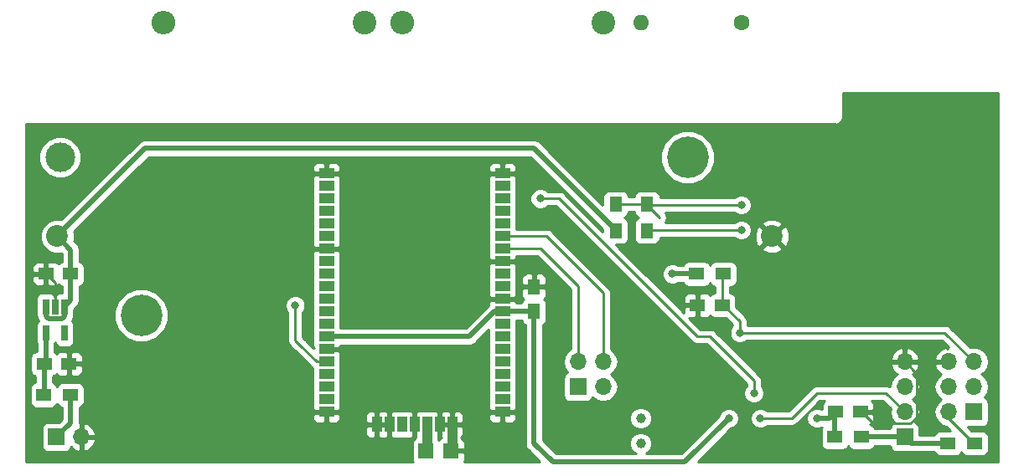
<source format=gbl>
G04 #@! TF.GenerationSoftware,KiCad,Pcbnew,(5.0.0)*
G04 #@! TF.CreationDate,2019-02-24T05:38:12+01:00*
G04 #@! TF.ProjectId,lofence,6C6F66656E63652E6B696361645F7063,rev?*
G04 #@! TF.SameCoordinates,Original*
G04 #@! TF.FileFunction,Copper,L2,Bot,Signal*
G04 #@! TF.FilePolarity,Positive*
%FSLAX46Y46*%
G04 Gerber Fmt 4.6, Leading zero omitted, Abs format (unit mm)*
G04 Created by KiCad (PCBNEW (5.0.0)) date 02/24/19 05:38:12*
%MOMM*%
%LPD*%
G01*
G04 APERTURE LIST*
G04 #@! TA.AperFunction,ComponentPad*
%ADD10O,1.700000X1.700000*%
G04 #@! TD*
G04 #@! TA.AperFunction,ComponentPad*
%ADD11R,1.700000X1.700000*%
G04 #@! TD*
G04 #@! TA.AperFunction,SMDPad,CuDef*
%ADD12R,1.500000X1.250000*%
G04 #@! TD*
G04 #@! TA.AperFunction,SMDPad,CuDef*
%ADD13R,1.250000X1.500000*%
G04 #@! TD*
G04 #@! TA.AperFunction,SMDPad,CuDef*
%ADD14R,1.500000X1.300000*%
G04 #@! TD*
G04 #@! TA.AperFunction,SMDPad,CuDef*
%ADD15R,1.300000X1.500000*%
G04 #@! TD*
G04 #@! TA.AperFunction,SMDPad,CuDef*
%ADD16R,1.524000X1.016000*%
G04 #@! TD*
G04 #@! TA.AperFunction,SMDPad,CuDef*
%ADD17R,1.016000X1.524000*%
G04 #@! TD*
G04 #@! TA.AperFunction,ComponentPad*
%ADD18C,1.000000*%
G04 #@! TD*
G04 #@! TA.AperFunction,SMDPad,CuDef*
%ADD19R,0.650000X1.560000*%
G04 #@! TD*
G04 #@! TA.AperFunction,ComponentPad*
%ADD20C,2.400000*%
G04 #@! TD*
G04 #@! TA.AperFunction,ComponentPad*
%ADD21O,2.400000X2.400000*%
G04 #@! TD*
G04 #@! TA.AperFunction,ComponentPad*
%ADD22C,1.600000*%
G04 #@! TD*
G04 #@! TA.AperFunction,ComponentPad*
%ADD23O,1.600000X1.600000*%
G04 #@! TD*
G04 #@! TA.AperFunction,WasherPad*
%ADD24C,3.000000*%
G04 #@! TD*
G04 #@! TA.AperFunction,WasherPad*
%ADD25C,4.200000*%
G04 #@! TD*
G04 #@! TA.AperFunction,ComponentPad*
%ADD26C,2.200000*%
G04 #@! TD*
G04 #@! TA.AperFunction,SMDPad,CuDef*
%ADD27R,1.500000X1.500000*%
G04 #@! TD*
G04 #@! TA.AperFunction,ViaPad*
%ADD28C,0.800000*%
G04 #@! TD*
G04 #@! TA.AperFunction,Conductor*
%ADD29C,1.000000*%
G04 #@! TD*
G04 #@! TA.AperFunction,Conductor*
%ADD30C,0.250000*%
G04 #@! TD*
G04 #@! TA.AperFunction,Conductor*
%ADD31C,0.500000*%
G04 #@! TD*
G04 #@! TA.AperFunction,Conductor*
%ADD32C,0.254000*%
G04 #@! TD*
G04 APERTURE END LIST*
D10*
G04 #@! TO.P,J3,4*
G04 #@! TO.N,RN_TX*
X120015000Y-71755000D03*
G04 #@! TO.P,J3,3*
G04 #@! TO.N,MCU_RX*
X120015000Y-74295000D03*
G04 #@! TO.P,J3,2*
G04 #@! TO.N,RN_RX*
X117475000Y-71755000D03*
D11*
G04 #@! TO.P,J3,1*
G04 #@! TO.N,MCU_TX*
X117475000Y-74295000D03*
G04 #@! TD*
D12*
G04 #@! TO.P,C9,1*
G04 #@! TO.N,GND*
X146030000Y-76835000D03*
G04 #@! TO.P,C9,2*
G04 #@! TO.N,+3.3VADC*
X143530000Y-76835000D03*
G04 #@! TD*
G04 #@! TO.P,C11,1*
G04 #@! TO.N,MCU_RESET*
X132060000Y-66040000D03*
G04 #@! TO.P,C11,2*
G04 #@! TO.N,GND*
X129560000Y-66040000D03*
G04 #@! TD*
D13*
G04 #@! TO.P,C13,1*
G04 #@! TO.N,GND*
X113030000Y-64155000D03*
G04 #@! TO.P,C13,2*
G04 #@! TO.N,RN_POWER*
X113030000Y-66655000D03*
G04 #@! TD*
D11*
G04 #@! TO.P,J1,1*
G04 #@! TO.N,MCU_DBG_RX*
X157480000Y-76835000D03*
D10*
G04 #@! TO.P,J1,2*
G04 #@! TO.N,Net-(J1-Pad2)*
X154940000Y-76835000D03*
G04 #@! TO.P,J1,3*
G04 #@! TO.N,MCU_SCK*
X157480000Y-74295000D03*
G04 #@! TO.P,J1,4*
G04 #@! TO.N,MCU_DBG_TX*
X154940000Y-74295000D03*
G04 #@! TO.P,J1,5*
G04 #@! TO.N,MCU_RESET*
X157480000Y-71755000D03*
G04 #@! TO.P,J1,6*
G04 #@! TO.N,GND*
X154940000Y-71755000D03*
G04 #@! TD*
D11*
G04 #@! TO.P,J2,1*
G04 #@! TO.N,+3V3*
X64770000Y-79375000D03*
D10*
G04 #@! TO.P,J2,2*
G04 #@! TO.N,GND*
X67310000Y-79375000D03*
G04 #@! TD*
D11*
G04 #@! TO.P,J6,1*
G04 #@! TO.N,+3V3*
X150495000Y-79375000D03*
D10*
G04 #@! TO.P,J6,2*
G04 #@! TO.N,MCU_DBG_RX*
X150495000Y-76835000D03*
G04 #@! TO.P,J6,3*
G04 #@! TO.N,MCU_DBG_TX*
X150495000Y-74295000D03*
G04 #@! TO.P,J6,4*
G04 #@! TO.N,GND*
X150495000Y-71755000D03*
G04 #@! TD*
D14*
G04 #@! TO.P,R1,1*
G04 #@! TO.N,+3V3*
X154860000Y-80010000D03*
G04 #@! TO.P,R1,2*
G04 #@! TO.N,Net-(J1-Pad2)*
X157560000Y-80010000D03*
G04 #@! TD*
G04 #@! TO.P,R2,1*
G04 #@! TO.N,+3V3*
X129460000Y-62865000D03*
G04 #@! TO.P,R2,2*
G04 #@! TO.N,MCU_RESET*
X132160000Y-62865000D03*
G04 #@! TD*
D15*
G04 #@! TO.P,R3,1*
G04 #@! TO.N,BAT_ADC*
X121285000Y-55800000D03*
G04 #@! TO.P,R3,2*
G04 #@! TO.N,BAT_VCC*
X121285000Y-58500000D03*
G04 #@! TD*
G04 #@! TO.P,R4,1*
G04 #@! TO.N,BAT_GND*
X124460000Y-58500000D03*
G04 #@! TO.P,R4,2*
G04 #@! TO.N,BAT_ADC*
X124460000Y-55800000D03*
G04 #@! TD*
D16*
G04 #@! TO.P,U3,47*
G04 #@! TO.N,GND*
X92075000Y-52705000D03*
G04 #@! TO.P,U3,46*
G04 #@! TO.N,N/C*
X92075000Y-53975000D03*
G04 #@! TO.P,U3,45*
X92075000Y-55245000D03*
G04 #@! TO.P,U3,44*
X92075000Y-56515000D03*
G04 #@! TO.P,U3,43*
X92075000Y-57785000D03*
G04 #@! TO.P,U3,42*
X92075000Y-59055000D03*
G04 #@! TO.P,U3,41*
G04 #@! TO.N,GND*
X92075000Y-60325000D03*
G04 #@! TO.P,U3,40*
G04 #@! TO.N,N/C*
X92075000Y-61595000D03*
G04 #@! TO.P,U3,39*
X92075000Y-62865000D03*
G04 #@! TO.P,U3,38*
X92075000Y-64135000D03*
G04 #@! TO.P,U3,37*
X92075000Y-65405000D03*
G04 #@! TO.P,U3,36*
X92075000Y-66675000D03*
G04 #@! TO.P,U3,35*
X92075000Y-67945000D03*
G04 #@! TO.P,U3,34*
G04 #@! TO.N,RN_POWER*
X92075000Y-69215000D03*
G04 #@! TO.P,U3,33*
G04 #@! TO.N,GND*
X92075000Y-70485000D03*
G04 #@! TO.P,U3,32*
G04 #@! TO.N,RN_RESET*
X92075000Y-71755000D03*
G04 #@! TO.P,U3,31*
G04 #@! TO.N,N/C*
X92075000Y-73025000D03*
G04 #@! TO.P,U3,30*
X92075000Y-74295000D03*
G04 #@! TO.P,U3,29*
X92075000Y-75565000D03*
G04 #@! TO.P,U3,28*
G04 #@! TO.N,GND*
X92075000Y-76835000D03*
D17*
G04 #@! TO.P,U3,27*
X97155000Y-78105000D03*
G04 #@! TO.P,U3,26*
X98425000Y-78105000D03*
G04 #@! TO.P,U3,25*
G04 #@! TO.N,N/C*
X99695000Y-78105000D03*
G04 #@! TO.P,U3,24*
G04 #@! TO.N,GND*
X100965000Y-78105000D03*
G04 #@! TO.P,U3,23*
G04 #@! TO.N,Net-(AE2-Pad1)*
X102235000Y-78105000D03*
G04 #@! TO.P,U3,22*
G04 #@! TO.N,GND*
X103505000Y-78105000D03*
G04 #@! TO.P,U3,21*
X104775000Y-78105000D03*
D16*
G04 #@! TO.P,U3,20*
X109855000Y-76835000D03*
G04 #@! TO.P,U3,19*
G04 #@! TO.N,N/C*
X109855000Y-75565000D03*
G04 #@! TO.P,U3,18*
X109855000Y-74295000D03*
G04 #@! TO.P,U3,17*
X109855000Y-73025000D03*
G04 #@! TO.P,U3,16*
X109855000Y-71755000D03*
G04 #@! TO.P,U3,15*
X109855000Y-70485000D03*
G04 #@! TO.P,U3,14*
X109855000Y-69215000D03*
G04 #@! TO.P,U3,13*
X109855000Y-67945000D03*
G04 #@! TO.P,U3,12*
G04 #@! TO.N,RN_POWER*
X109855000Y-66675000D03*
G04 #@! TO.P,U3,11*
G04 #@! TO.N,GND*
X109855000Y-65405000D03*
G04 #@! TO.P,U3,10*
G04 #@! TO.N,N/C*
X109855000Y-64135000D03*
G04 #@! TO.P,U3,9*
X109855000Y-62865000D03*
G04 #@! TO.P,U3,8*
G04 #@! TO.N,GND*
X109855000Y-61595000D03*
G04 #@! TO.P,U3,7*
G04 #@! TO.N,RN_RX*
X109855000Y-60325000D03*
G04 #@! TO.P,U3,6*
G04 #@! TO.N,RN_TX*
X109855000Y-59055000D03*
G04 #@! TO.P,U3,5*
G04 #@! TO.N,N/C*
X109855000Y-57785000D03*
G04 #@! TO.P,U3,4*
X109855000Y-56515000D03*
G04 #@! TO.P,U3,3*
X109855000Y-55245000D03*
G04 #@! TO.P,U3,2*
X109855000Y-53975000D03*
G04 #@! TO.P,U3,1*
G04 #@! TO.N,GND*
X109855000Y-52705000D03*
G04 #@! TD*
D18*
G04 #@! TO.P,Y1,1*
G04 #@! TO.N,Net-(C6-Pad2)*
X123825000Y-80010000D03*
G04 #@! TO.P,Y1,2*
G04 #@! TO.N,Net-(C8-Pad2)*
X123825000Y-77470000D03*
G04 #@! TD*
D19*
G04 #@! TO.P,U2,1*
G04 #@! TO.N,BAT_VCC*
X63694502Y-66172653D03*
G04 #@! TO.P,U2,2*
G04 #@! TO.N,GND*
X64644502Y-66172653D03*
G04 #@! TO.P,U2,3*
G04 #@! TO.N,BAT_VCC*
X65594502Y-66172653D03*
G04 #@! TO.P,U2,4*
G04 #@! TO.N,N/C*
X65594502Y-68872653D03*
G04 #@! TO.P,U2,5*
G04 #@! TO.N,Net-(C3-Pad1)*
X63694502Y-68872653D03*
G04 #@! TD*
D20*
G04 #@! TO.P,R8,1*
G04 #@! TO.N,Net-(R11-Pad2)*
X95885000Y-37465000D03*
D21*
G04 #@! TO.P,R8,2*
G04 #@! TO.N,Net-(J5-Pad1)*
X75565000Y-37465000D03*
G04 #@! TD*
D20*
G04 #@! TO.P,R11,1*
G04 #@! TO.N,Net-(R11-Pad1)*
X120015000Y-37465000D03*
D21*
G04 #@! TO.P,R11,2*
G04 #@! TO.N,Net-(R11-Pad2)*
X99695000Y-37465000D03*
G04 #@! TD*
D22*
G04 #@! TO.P,R12,1*
G04 #@! TO.N,PROBE*
X133985000Y-37465000D03*
D23*
G04 #@! TO.P,R12,2*
G04 #@! TO.N,Net-(R11-Pad1)*
X123825000Y-37465000D03*
G04 #@! TD*
D24*
G04 #@! TO.P,BT1,*
G04 #@! TO.N,*
X65145000Y-51055000D03*
D25*
X73365000Y-67055000D03*
X128565000Y-51055000D03*
D26*
G04 #@! TO.P,BT1,2*
G04 #@! TO.N,GND*
X137075000Y-59055000D03*
G04 #@! TO.P,BT1,1*
G04 #@! TO.N,BAT_VCC*
X64855000Y-59055000D03*
G04 #@! TD*
D14*
G04 #@! TO.P,L1,1*
G04 #@! TO.N,Net-(C3-Pad1)*
X63500000Y-75118172D03*
G04 #@! TO.P,L1,2*
G04 #@! TO.N,+3V3*
X66200000Y-75118172D03*
G04 #@! TD*
G04 #@! TO.P,L2,1*
G04 #@! TO.N,+3.3VADC*
X143430000Y-79375000D03*
G04 #@! TO.P,L2,2*
G04 #@! TO.N,+3V3*
X146130000Y-79375000D03*
G04 #@! TD*
D12*
G04 #@! TO.P,C2,1*
G04 #@! TO.N,BAT_VCC*
X66213341Y-62865000D03*
G04 #@! TO.P,C2,2*
G04 #@! TO.N,GND*
X63713341Y-62865000D03*
G04 #@! TD*
G04 #@! TO.P,C3,1*
G04 #@! TO.N,Net-(C3-Pad1)*
X63540000Y-71967653D03*
G04 #@! TO.P,C3,2*
G04 #@! TO.N,GND*
X66040000Y-71967653D03*
G04 #@! TD*
D27*
G04 #@! TO.P,AE2,1*
G04 #@! TO.N,Net-(AE2-Pad1)*
X102108000Y-80772000D03*
G04 #@! TD*
G04 #@! TO.P,TP1,1*
G04 #@! TO.N,GND*
X104648000Y-80772000D03*
G04 #@! TD*
D28*
G04 #@! TO.N,GND*
X157480000Y-49530000D03*
X157480000Y-67310000D03*
X151130000Y-67310000D03*
X144780000Y-67310000D03*
X132715000Y-74295000D03*
X114935000Y-78740000D03*
X114935000Y-64135000D03*
X123825000Y-74295000D03*
G04 #@! TO.N,+3V3*
X127000000Y-62865000D03*
G04 #@! TO.N,+3.3VADC*
X141605000Y-77470000D03*
G04 #@! TO.N,MCU_RESET*
X133824140Y-68810870D03*
G04 #@! TO.N,RN_POWER*
X132715000Y-77470000D03*
G04 #@! TO.N,MCU_DBG_RX*
X135890000Y-77470000D03*
G04 #@! TO.N,RN_RESET*
X135255000Y-74930000D03*
X113665000Y-55245000D03*
X88900000Y-66040000D03*
G04 #@! TO.N,BAT_ADC*
X133985000Y-55880000D03*
G04 #@! TO.N,BAT_GND*
X133985000Y-58420000D03*
G04 #@! TD*
D29*
G04 #@! TO.N,Net-(AE2-Pad1)*
X102235000Y-80645000D02*
X102108000Y-80772000D01*
X102235000Y-78105000D02*
X102235000Y-80645000D01*
D30*
G04 #@! TO.N,GND*
X64644502Y-63796161D02*
X63713341Y-62865000D01*
X64644502Y-66172653D02*
X64644502Y-63796161D01*
X151344999Y-72604999D02*
X150495000Y-71755000D01*
X151670001Y-77399001D02*
X151670001Y-72930001D01*
X151059001Y-78010001D02*
X151670001Y-77399001D01*
X147330001Y-78010001D02*
X151059001Y-78010001D01*
X146155000Y-76835000D02*
X147330001Y-78010001D01*
X151670001Y-72930001D02*
X151344999Y-72604999D01*
X146030000Y-76835000D02*
X146155000Y-76835000D01*
D29*
X104775000Y-80645000D02*
X104648000Y-80772000D01*
X104775000Y-78105000D02*
X104775000Y-80645000D01*
D31*
G04 #@! TO.N,+3V3*
X66200000Y-77945000D02*
X64770000Y-79375000D01*
X66200000Y-75118172D02*
X66200000Y-77945000D01*
X151130000Y-80010000D02*
X150495000Y-79375000D01*
X154860000Y-80010000D02*
X151130000Y-80010000D01*
X150495000Y-79375000D02*
X146130000Y-79375000D01*
X127000000Y-62865000D02*
X129460000Y-62865000D01*
G04 #@! TO.N,+3.3VADC*
X143430000Y-76935000D02*
X143530000Y-76835000D01*
X143430000Y-79375000D02*
X143430000Y-76935000D01*
X142895000Y-77470000D02*
X143530000Y-76835000D01*
X141605000Y-77470000D02*
X142895000Y-77470000D01*
D30*
G04 #@! TO.N,MCU_RESET*
X133965000Y-68670010D02*
X133824140Y-68810870D01*
X154535870Y-68810870D02*
X157480000Y-71755000D01*
X133824140Y-68810870D02*
X154535870Y-68810870D01*
X132185000Y-66040000D02*
X132060000Y-66040000D01*
X133824140Y-67679140D02*
X132185000Y-66040000D01*
X133824140Y-68810870D02*
X133824140Y-67679140D01*
X132060000Y-62965000D02*
X132160000Y-62865000D01*
X132060000Y-66040000D02*
X132060000Y-62965000D01*
D31*
G04 #@! TO.N,RN_POWER*
X109044998Y-66675000D02*
X109855000Y-66675000D01*
X106504998Y-69215000D02*
X109044998Y-66675000D01*
X92075000Y-69215000D02*
X106504998Y-69215000D01*
X113010000Y-66675000D02*
X113030000Y-66655000D01*
X109855000Y-66675000D02*
X113010000Y-66675000D01*
X114935000Y-81915000D02*
X128270000Y-81915000D01*
X113030000Y-66655000D02*
X113030000Y-80010000D01*
X113030000Y-80010000D02*
X114935000Y-81915000D01*
X128270000Y-81915000D02*
X132715000Y-77470000D01*
D30*
G04 #@! TO.N,Net-(J1-Pad2)*
X154940000Y-77490000D02*
X154940000Y-76835000D01*
X157460000Y-80010000D02*
X154940000Y-77490000D01*
X157560000Y-80010000D02*
X157460000Y-80010000D01*
G04 #@! TO.N,MCU_DBG_RX*
X148590000Y-74930000D02*
X150495000Y-76835000D01*
X141605000Y-74930000D02*
X148590000Y-74930000D01*
X135890000Y-77470000D02*
X139065000Y-77470000D01*
X139065000Y-77470000D02*
X141605000Y-74930000D01*
G04 #@! TO.N,RN_RESET*
X129540000Y-69215000D02*
X115570000Y-55245000D01*
X115570000Y-55245000D02*
X113665000Y-55245000D01*
X130810000Y-69215000D02*
X129540000Y-69215000D01*
X135255000Y-73660000D02*
X130810000Y-69215000D01*
X135255000Y-73660000D02*
X135255000Y-74930000D01*
X91063000Y-71755000D02*
X89408000Y-70100000D01*
X92075000Y-71755000D02*
X91063000Y-71755000D01*
X89408000Y-70100000D02*
X89404000Y-70100000D01*
X89404000Y-70100000D02*
X88900000Y-69596000D01*
X88900000Y-69596000D02*
X88900000Y-66040000D01*
G04 #@! TO.N,RN_TX*
X114300000Y-59055000D02*
X109855000Y-59055000D01*
X120015000Y-71755000D02*
X120015000Y-64770000D01*
X120015000Y-64770000D02*
X114300000Y-59055000D01*
G04 #@! TO.N,RN_RX*
X113665000Y-60325000D02*
X109855000Y-60325000D01*
X117475000Y-71755000D02*
X117475000Y-64135000D01*
X117475000Y-64135000D02*
X113665000Y-60325000D01*
G04 #@! TO.N,BAT_ADC*
X121285000Y-55800000D02*
X124460000Y-55800000D01*
X124460000Y-55900000D02*
X124460000Y-55800000D01*
X125710000Y-57150000D02*
X124460000Y-55900000D01*
X124540000Y-55880000D02*
X124460000Y-55800000D01*
X133985000Y-55880000D02*
X124540000Y-55880000D01*
D31*
G04 #@! TO.N,BAT_VCC*
X66213341Y-65553814D02*
X65594502Y-66172653D01*
X66213341Y-63077653D02*
X66213341Y-65553814D01*
X65594502Y-67137655D02*
X65594502Y-66172653D01*
X65329503Y-67402654D02*
X65594502Y-67137655D01*
X63959501Y-67402654D02*
X65329503Y-67402654D01*
X63694502Y-67137655D02*
X63959501Y-67402654D01*
X63694502Y-66172653D02*
X63694502Y-67137655D01*
X66213341Y-60413341D02*
X64855000Y-59055000D01*
X66213341Y-63077653D02*
X66213341Y-60413341D01*
X121285000Y-58400000D02*
X121285000Y-58500000D01*
X113050000Y-50165000D02*
X121285000Y-58400000D01*
X73745000Y-50165000D02*
X113050000Y-50165000D01*
X64855000Y-59055000D02*
X73745000Y-50165000D01*
D30*
G04 #@! TO.N,BAT_GND*
X124460000Y-58340000D02*
X124460000Y-58440000D01*
X124620000Y-58340000D02*
X124460000Y-58500000D01*
X124540000Y-58420000D02*
X124460000Y-58500000D01*
X133985000Y-58420000D02*
X124540000Y-58420000D01*
D31*
G04 #@! TO.N,Net-(C3-Pad1)*
X63540000Y-75078172D02*
X63500000Y-75118172D01*
X63540000Y-71967653D02*
X63540000Y-75078172D01*
X63694502Y-71813151D02*
X63540000Y-71967653D01*
X63694502Y-68872653D02*
X63694502Y-71813151D01*
G04 #@! TD*
D32*
G04 #@! TO.N,GND*
G36*
X159945001Y-81840000D02*
X129596578Y-81840000D01*
X132939148Y-78497431D01*
X133301280Y-78347431D01*
X133592431Y-78056280D01*
X133750000Y-77675874D01*
X133750000Y-77264126D01*
X133592431Y-76883720D01*
X133301280Y-76592569D01*
X132920874Y-76435000D01*
X132509126Y-76435000D01*
X132128720Y-76592569D01*
X131837569Y-76883720D01*
X131687569Y-77245852D01*
X127903422Y-81030000D01*
X124328401Y-81030000D01*
X124467926Y-80972207D01*
X124787207Y-80652926D01*
X124960000Y-80235766D01*
X124960000Y-79784234D01*
X124787207Y-79367074D01*
X124467926Y-79047793D01*
X124050766Y-78875000D01*
X123599234Y-78875000D01*
X123182074Y-79047793D01*
X122862793Y-79367074D01*
X122690000Y-79784234D01*
X122690000Y-80235766D01*
X122862793Y-80652926D01*
X123182074Y-80972207D01*
X123321599Y-81030000D01*
X115301579Y-81030000D01*
X113915000Y-79643422D01*
X113915000Y-77244234D01*
X122690000Y-77244234D01*
X122690000Y-77695766D01*
X122862793Y-78112926D01*
X123182074Y-78432207D01*
X123599234Y-78605000D01*
X124050766Y-78605000D01*
X124467926Y-78432207D01*
X124787207Y-78112926D01*
X124960000Y-77695766D01*
X124960000Y-77244234D01*
X124787207Y-76827074D01*
X124467926Y-76507793D01*
X124050766Y-76335000D01*
X123599234Y-76335000D01*
X123182074Y-76507793D01*
X122862793Y-76827074D01*
X122690000Y-77244234D01*
X113915000Y-77244234D01*
X113915000Y-67994982D01*
X114112809Y-67862809D01*
X114253157Y-67652765D01*
X114302440Y-67405000D01*
X114302440Y-65905000D01*
X114253157Y-65657235D01*
X114112809Y-65447191D01*
X114051680Y-65406346D01*
X114193327Y-65264698D01*
X114290000Y-65031309D01*
X114290000Y-64440750D01*
X114131250Y-64282000D01*
X113157000Y-64282000D01*
X113157000Y-64302000D01*
X112903000Y-64302000D01*
X112903000Y-64282000D01*
X111928750Y-64282000D01*
X111770000Y-64440750D01*
X111770000Y-65031309D01*
X111866673Y-65264698D01*
X112008320Y-65406346D01*
X111947191Y-65447191D01*
X111806843Y-65657235D01*
X111780435Y-65790000D01*
X111252000Y-65790000D01*
X111252000Y-65690750D01*
X111093250Y-65532000D01*
X110679541Y-65532000D01*
X110617000Y-65519560D01*
X109093000Y-65519560D01*
X109030459Y-65532000D01*
X108616750Y-65532000D01*
X108458000Y-65690750D01*
X108458000Y-66002840D01*
X108406949Y-66036951D01*
X108357575Y-66110844D01*
X106138420Y-68330000D01*
X93484440Y-68330000D01*
X93484440Y-67437000D01*
X93459178Y-67310000D01*
X93484440Y-67183000D01*
X93484440Y-66167000D01*
X93459178Y-66040000D01*
X93484440Y-65913000D01*
X93484440Y-64897000D01*
X93459178Y-64770000D01*
X93484440Y-64643000D01*
X93484440Y-63627000D01*
X93459178Y-63500000D01*
X93484440Y-63373000D01*
X93484440Y-62357000D01*
X108445560Y-62357000D01*
X108445560Y-63373000D01*
X108470822Y-63500000D01*
X108445560Y-63627000D01*
X108445560Y-64643000D01*
X108466755Y-64749554D01*
X108458000Y-64770690D01*
X108458000Y-65119250D01*
X108616750Y-65278000D01*
X109030459Y-65278000D01*
X109093000Y-65290440D01*
X110617000Y-65290440D01*
X110679541Y-65278000D01*
X111093250Y-65278000D01*
X111252000Y-65119250D01*
X111252000Y-64770690D01*
X111243245Y-64749554D01*
X111264440Y-64643000D01*
X111264440Y-63627000D01*
X111239178Y-63500000D01*
X111264440Y-63373000D01*
X111264440Y-63278691D01*
X111770000Y-63278691D01*
X111770000Y-63869250D01*
X111928750Y-64028000D01*
X112903000Y-64028000D01*
X112903000Y-62928750D01*
X113157000Y-62928750D01*
X113157000Y-64028000D01*
X114131250Y-64028000D01*
X114290000Y-63869250D01*
X114290000Y-63278691D01*
X114193327Y-63045302D01*
X114014699Y-62866673D01*
X113781310Y-62770000D01*
X113315750Y-62770000D01*
X113157000Y-62928750D01*
X112903000Y-62928750D01*
X112744250Y-62770000D01*
X112278690Y-62770000D01*
X112045301Y-62866673D01*
X111866673Y-63045302D01*
X111770000Y-63278691D01*
X111264440Y-63278691D01*
X111264440Y-62357000D01*
X111243245Y-62250446D01*
X111252000Y-62229310D01*
X111252000Y-61880750D01*
X111093250Y-61722000D01*
X110679541Y-61722000D01*
X110617000Y-61709560D01*
X109093000Y-61709560D01*
X109030459Y-61722000D01*
X108616750Y-61722000D01*
X108458000Y-61880750D01*
X108458000Y-62229310D01*
X108466755Y-62250446D01*
X108445560Y-62357000D01*
X93484440Y-62357000D01*
X93459178Y-62230000D01*
X93484440Y-62103000D01*
X93484440Y-61087000D01*
X93463245Y-60980446D01*
X93472000Y-60959310D01*
X93472000Y-60610750D01*
X93313250Y-60452000D01*
X92899541Y-60452000D01*
X92837000Y-60439560D01*
X91313000Y-60439560D01*
X91250459Y-60452000D01*
X90836750Y-60452000D01*
X90678000Y-60610750D01*
X90678000Y-60959310D01*
X90686755Y-60980446D01*
X90665560Y-61087000D01*
X90665560Y-62103000D01*
X90690822Y-62230000D01*
X90665560Y-62357000D01*
X90665560Y-63373000D01*
X90690822Y-63500000D01*
X90665560Y-63627000D01*
X90665560Y-64643000D01*
X90690822Y-64770000D01*
X90665560Y-64897000D01*
X90665560Y-65913000D01*
X90690822Y-66040000D01*
X90665560Y-66167000D01*
X90665560Y-67183000D01*
X90690822Y-67310000D01*
X90665560Y-67437000D01*
X90665560Y-68453000D01*
X90690822Y-68580000D01*
X90665560Y-68707000D01*
X90665560Y-69723000D01*
X90686755Y-69829554D01*
X90678000Y-69850690D01*
X90678000Y-70199250D01*
X90836748Y-70357998D01*
X90740800Y-70357998D01*
X89998331Y-69615530D01*
X89955929Y-69552071D01*
X89880418Y-69501616D01*
X89660000Y-69281199D01*
X89660000Y-66743711D01*
X89777431Y-66626280D01*
X89935000Y-66245874D01*
X89935000Y-65834126D01*
X89777431Y-65453720D01*
X89486280Y-65162569D01*
X89105874Y-65005000D01*
X88694126Y-65005000D01*
X88313720Y-65162569D01*
X88022569Y-65453720D01*
X87865000Y-65834126D01*
X87865000Y-66245874D01*
X88022569Y-66626280D01*
X88140001Y-66743712D01*
X88140000Y-69521153D01*
X88125112Y-69596000D01*
X88140000Y-69670847D01*
X88140000Y-69670851D01*
X88184096Y-69892536D01*
X88352071Y-70143929D01*
X88415530Y-70186331D01*
X88813671Y-70584472D01*
X88856071Y-70647929D01*
X88931584Y-70698385D01*
X90472673Y-72239476D01*
X90515071Y-72302929D01*
X90578524Y-72345327D01*
X90578526Y-72345329D01*
X90626382Y-72377305D01*
X90685491Y-72416800D01*
X90665560Y-72517000D01*
X90665560Y-73533000D01*
X90690822Y-73660000D01*
X90665560Y-73787000D01*
X90665560Y-74803000D01*
X90690822Y-74930000D01*
X90665560Y-75057000D01*
X90665560Y-76073000D01*
X90686755Y-76179554D01*
X90678000Y-76200690D01*
X90678000Y-76549250D01*
X90836750Y-76708000D01*
X91250459Y-76708000D01*
X91313000Y-76720440D01*
X92837000Y-76720440D01*
X92899541Y-76708000D01*
X93313250Y-76708000D01*
X93472000Y-76549250D01*
X93472000Y-76200690D01*
X93463245Y-76179554D01*
X93484440Y-76073000D01*
X93484440Y-75057000D01*
X93459178Y-74930000D01*
X93484440Y-74803000D01*
X93484440Y-73787000D01*
X93459178Y-73660000D01*
X93484440Y-73533000D01*
X93484440Y-72517000D01*
X93459178Y-72390000D01*
X93484440Y-72263000D01*
X93484440Y-71247000D01*
X93463245Y-71140446D01*
X93472000Y-71119310D01*
X93472000Y-70770750D01*
X93313250Y-70612000D01*
X92899541Y-70612000D01*
X92837000Y-70599560D01*
X91928000Y-70599560D01*
X91928000Y-70370440D01*
X92837000Y-70370440D01*
X92899541Y-70358000D01*
X93313250Y-70358000D01*
X93472000Y-70199250D01*
X93472000Y-70100000D01*
X106417837Y-70100000D01*
X106504998Y-70117337D01*
X106592159Y-70100000D01*
X106592163Y-70100000D01*
X106850308Y-70048652D01*
X107143047Y-69853049D01*
X107192423Y-69779153D01*
X108457674Y-68513902D01*
X108470822Y-68580000D01*
X108445560Y-68707000D01*
X108445560Y-69723000D01*
X108470822Y-69850000D01*
X108445560Y-69977000D01*
X108445560Y-70993000D01*
X108470822Y-71120000D01*
X108445560Y-71247000D01*
X108445560Y-72263000D01*
X108470822Y-72390000D01*
X108445560Y-72517000D01*
X108445560Y-73533000D01*
X108470822Y-73660000D01*
X108445560Y-73787000D01*
X108445560Y-74803000D01*
X108470822Y-74930000D01*
X108445560Y-75057000D01*
X108445560Y-76073000D01*
X108466755Y-76179554D01*
X108458000Y-76200690D01*
X108458000Y-76549250D01*
X108616750Y-76708000D01*
X109030459Y-76708000D01*
X109093000Y-76720440D01*
X110617000Y-76720440D01*
X110679541Y-76708000D01*
X111093250Y-76708000D01*
X111252000Y-76549250D01*
X111252000Y-76200690D01*
X111243245Y-76179554D01*
X111264440Y-76073000D01*
X111264440Y-75057000D01*
X111239178Y-74930000D01*
X111264440Y-74803000D01*
X111264440Y-73787000D01*
X111239178Y-73660000D01*
X111264440Y-73533000D01*
X111264440Y-72517000D01*
X111239178Y-72390000D01*
X111264440Y-72263000D01*
X111264440Y-71247000D01*
X111239178Y-71120000D01*
X111264440Y-70993000D01*
X111264440Y-69977000D01*
X111239178Y-69850000D01*
X111264440Y-69723000D01*
X111264440Y-68707000D01*
X111239178Y-68580000D01*
X111264440Y-68453000D01*
X111264440Y-67560000D01*
X111788391Y-67560000D01*
X111806843Y-67652765D01*
X111947191Y-67862809D01*
X112145000Y-67994982D01*
X112145001Y-79922834D01*
X112127663Y-80010000D01*
X112196348Y-80355309D01*
X112342576Y-80574154D01*
X112342578Y-80574156D01*
X112391952Y-80648049D01*
X112465845Y-80697423D01*
X113608421Y-81840000D01*
X105953599Y-81840000D01*
X106033000Y-81648310D01*
X106033000Y-81057750D01*
X105874250Y-80899000D01*
X104775000Y-80899000D01*
X104775000Y-80919000D01*
X104521000Y-80919000D01*
X104521000Y-80899000D01*
X104501000Y-80899000D01*
X104501000Y-80645000D01*
X104521000Y-80645000D01*
X104521000Y-79545750D01*
X104775000Y-79545750D01*
X104775000Y-80645000D01*
X105874250Y-80645000D01*
X106033000Y-80486250D01*
X106033000Y-79895690D01*
X105936327Y-79662301D01*
X105757698Y-79483673D01*
X105605627Y-79420683D01*
X105642699Y-79405327D01*
X105821327Y-79226698D01*
X105918000Y-78993309D01*
X105918000Y-78390750D01*
X105759250Y-78232000D01*
X104902000Y-78232000D01*
X104902000Y-79343250D01*
X104945750Y-79387000D01*
X104933750Y-79387000D01*
X104775000Y-79545750D01*
X104521000Y-79545750D01*
X104477250Y-79502000D01*
X104489250Y-79502000D01*
X104648000Y-79343250D01*
X104648000Y-78232000D01*
X103632000Y-78232000D01*
X103632000Y-79343250D01*
X103703850Y-79415100D01*
X103538302Y-79483673D01*
X103372676Y-79649298D01*
X103370000Y-79645293D01*
X103370000Y-79351250D01*
X103378000Y-79343250D01*
X103378000Y-78929541D01*
X103390440Y-78867000D01*
X103390440Y-77343000D01*
X103378000Y-77280459D01*
X103378000Y-76866750D01*
X103632000Y-76866750D01*
X103632000Y-77978000D01*
X104648000Y-77978000D01*
X104648000Y-76866750D01*
X104902000Y-76866750D01*
X104902000Y-77978000D01*
X105759250Y-77978000D01*
X105918000Y-77819250D01*
X105918000Y-77216691D01*
X105878260Y-77120750D01*
X108458000Y-77120750D01*
X108458000Y-77469310D01*
X108554673Y-77702699D01*
X108733302Y-77881327D01*
X108966691Y-77978000D01*
X109569250Y-77978000D01*
X109728000Y-77819250D01*
X109728000Y-76962000D01*
X109982000Y-76962000D01*
X109982000Y-77819250D01*
X110140750Y-77978000D01*
X110743309Y-77978000D01*
X110976698Y-77881327D01*
X111155327Y-77702699D01*
X111252000Y-77469310D01*
X111252000Y-77120750D01*
X111093250Y-76962000D01*
X109982000Y-76962000D01*
X109728000Y-76962000D01*
X108616750Y-76962000D01*
X108458000Y-77120750D01*
X105878260Y-77120750D01*
X105821327Y-76983302D01*
X105642699Y-76804673D01*
X105409310Y-76708000D01*
X105060750Y-76708000D01*
X104902000Y-76866750D01*
X104648000Y-76866750D01*
X104489250Y-76708000D01*
X104140690Y-76708000D01*
X104140000Y-76708286D01*
X104139310Y-76708000D01*
X103790750Y-76708000D01*
X103632000Y-76866750D01*
X103378000Y-76866750D01*
X103219250Y-76708000D01*
X102870690Y-76708000D01*
X102849554Y-76716755D01*
X102743000Y-76695560D01*
X101727000Y-76695560D01*
X101620446Y-76716755D01*
X101599310Y-76708000D01*
X101250750Y-76708000D01*
X101092000Y-76866750D01*
X101092000Y-77280459D01*
X101079560Y-77343000D01*
X101079560Y-78867000D01*
X101092000Y-78929541D01*
X101092000Y-79343250D01*
X101100000Y-79351250D01*
X101100001Y-79430682D01*
X100900191Y-79564191D01*
X100759843Y-79774235D01*
X100710560Y-80022000D01*
X100710560Y-81522000D01*
X100759843Y-81769765D01*
X100806773Y-81840000D01*
X61670000Y-81840000D01*
X61670000Y-74468172D01*
X62102560Y-74468172D01*
X62102560Y-75768172D01*
X62151843Y-76015937D01*
X62292191Y-76225981D01*
X62502235Y-76366329D01*
X62750000Y-76415612D01*
X64250000Y-76415612D01*
X64497765Y-76366329D01*
X64707809Y-76225981D01*
X64848157Y-76015937D01*
X64850000Y-76006672D01*
X64851843Y-76015937D01*
X64992191Y-76225981D01*
X65202235Y-76366329D01*
X65315000Y-76388759D01*
X65315001Y-77578420D01*
X65015861Y-77877560D01*
X63920000Y-77877560D01*
X63672235Y-77926843D01*
X63462191Y-78067191D01*
X63321843Y-78277235D01*
X63272560Y-78525000D01*
X63272560Y-80225000D01*
X63321843Y-80472765D01*
X63462191Y-80682809D01*
X63672235Y-80823157D01*
X63920000Y-80872440D01*
X65620000Y-80872440D01*
X65867765Y-80823157D01*
X66077809Y-80682809D01*
X66218157Y-80472765D01*
X66238739Y-80369292D01*
X66543076Y-80646645D01*
X66953110Y-80816476D01*
X67183000Y-80695155D01*
X67183000Y-79502000D01*
X67437000Y-79502000D01*
X67437000Y-80695155D01*
X67666890Y-80816476D01*
X68076924Y-80646645D01*
X68505183Y-80256358D01*
X68751486Y-79731892D01*
X68630819Y-79502000D01*
X67437000Y-79502000D01*
X67183000Y-79502000D01*
X67163000Y-79502000D01*
X67163000Y-79248000D01*
X67183000Y-79248000D01*
X67183000Y-78054845D01*
X67437000Y-78054845D01*
X67437000Y-79248000D01*
X68630819Y-79248000D01*
X68751486Y-79018108D01*
X68505183Y-78493642D01*
X68392281Y-78390750D01*
X96012000Y-78390750D01*
X96012000Y-78993309D01*
X96108673Y-79226698D01*
X96287301Y-79405327D01*
X96520690Y-79502000D01*
X96869250Y-79502000D01*
X97028000Y-79343250D01*
X97028000Y-78232000D01*
X97282000Y-78232000D01*
X97282000Y-79343250D01*
X97440750Y-79502000D01*
X97789310Y-79502000D01*
X97790000Y-79501714D01*
X97790690Y-79502000D01*
X98139250Y-79502000D01*
X98298000Y-79343250D01*
X98298000Y-78232000D01*
X97282000Y-78232000D01*
X97028000Y-78232000D01*
X96170750Y-78232000D01*
X96012000Y-78390750D01*
X68392281Y-78390750D01*
X68076924Y-78103355D01*
X67666890Y-77933524D01*
X67437000Y-78054845D01*
X67183000Y-78054845D01*
X67090226Y-78005885D01*
X67102337Y-77945001D01*
X67085000Y-77857841D01*
X67085000Y-77120750D01*
X90678000Y-77120750D01*
X90678000Y-77469310D01*
X90774673Y-77702699D01*
X90953302Y-77881327D01*
X91186691Y-77978000D01*
X91789250Y-77978000D01*
X91948000Y-77819250D01*
X91948000Y-76962000D01*
X92202000Y-76962000D01*
X92202000Y-77819250D01*
X92360750Y-77978000D01*
X92963309Y-77978000D01*
X93196698Y-77881327D01*
X93375327Y-77702699D01*
X93472000Y-77469310D01*
X93472000Y-77216691D01*
X96012000Y-77216691D01*
X96012000Y-77819250D01*
X96170750Y-77978000D01*
X97028000Y-77978000D01*
X97028000Y-76866750D01*
X97282000Y-76866750D01*
X97282000Y-77978000D01*
X98298000Y-77978000D01*
X98298000Y-77343000D01*
X98539560Y-77343000D01*
X98539560Y-78867000D01*
X98552000Y-78929541D01*
X98552000Y-79343250D01*
X98710750Y-79502000D01*
X99059310Y-79502000D01*
X99080446Y-79493245D01*
X99187000Y-79514440D01*
X100203000Y-79514440D01*
X100309554Y-79493245D01*
X100330690Y-79502000D01*
X100679250Y-79502000D01*
X100838000Y-79343250D01*
X100838000Y-78929541D01*
X100850440Y-78867000D01*
X100850440Y-77343000D01*
X100838000Y-77280459D01*
X100838000Y-76866750D01*
X100679250Y-76708000D01*
X100330690Y-76708000D01*
X100309554Y-76716755D01*
X100203000Y-76695560D01*
X99187000Y-76695560D01*
X99080446Y-76716755D01*
X99059310Y-76708000D01*
X98710750Y-76708000D01*
X98552000Y-76866750D01*
X98552000Y-77280459D01*
X98539560Y-77343000D01*
X98298000Y-77343000D01*
X98298000Y-76866750D01*
X98139250Y-76708000D01*
X97790690Y-76708000D01*
X97790000Y-76708286D01*
X97789310Y-76708000D01*
X97440750Y-76708000D01*
X97282000Y-76866750D01*
X97028000Y-76866750D01*
X96869250Y-76708000D01*
X96520690Y-76708000D01*
X96287301Y-76804673D01*
X96108673Y-76983302D01*
X96012000Y-77216691D01*
X93472000Y-77216691D01*
X93472000Y-77120750D01*
X93313250Y-76962000D01*
X92202000Y-76962000D01*
X91948000Y-76962000D01*
X90836750Y-76962000D01*
X90678000Y-77120750D01*
X67085000Y-77120750D01*
X67085000Y-76388759D01*
X67197765Y-76366329D01*
X67407809Y-76225981D01*
X67548157Y-76015937D01*
X67597440Y-75768172D01*
X67597440Y-74468172D01*
X67548157Y-74220407D01*
X67407809Y-74010363D01*
X67197765Y-73870015D01*
X66950000Y-73820732D01*
X65450000Y-73820732D01*
X65202235Y-73870015D01*
X64992191Y-74010363D01*
X64851843Y-74220407D01*
X64850000Y-74229672D01*
X64848157Y-74220407D01*
X64707809Y-74010363D01*
X64497765Y-73870015D01*
X64425000Y-73855541D01*
X64425000Y-73213240D01*
X64537765Y-73190810D01*
X64747809Y-73050462D01*
X64788654Y-72989333D01*
X64930302Y-73130980D01*
X65163691Y-73227653D01*
X65754250Y-73227653D01*
X65913000Y-73068903D01*
X65913000Y-72094653D01*
X66167000Y-72094653D01*
X66167000Y-73068903D01*
X66325750Y-73227653D01*
X66916309Y-73227653D01*
X67149698Y-73130980D01*
X67328327Y-72952352D01*
X67425000Y-72718963D01*
X67425000Y-72253403D01*
X67266250Y-72094653D01*
X66167000Y-72094653D01*
X65913000Y-72094653D01*
X65893000Y-72094653D01*
X65893000Y-71840653D01*
X65913000Y-71840653D01*
X65913000Y-70866403D01*
X66167000Y-70866403D01*
X66167000Y-71840653D01*
X67266250Y-71840653D01*
X67425000Y-71681903D01*
X67425000Y-71216343D01*
X67328327Y-70982954D01*
X67149698Y-70804326D01*
X66916309Y-70707653D01*
X66325750Y-70707653D01*
X66167000Y-70866403D01*
X65913000Y-70866403D01*
X65754250Y-70707653D01*
X65163691Y-70707653D01*
X64930302Y-70804326D01*
X64788654Y-70945973D01*
X64747809Y-70884844D01*
X64579502Y-70772384D01*
X64579502Y-69957524D01*
X64617659Y-69900418D01*
X64644502Y-69765468D01*
X64671345Y-69900418D01*
X64811693Y-70110462D01*
X65021737Y-70250810D01*
X65269502Y-70300093D01*
X65919502Y-70300093D01*
X66167267Y-70250810D01*
X66377311Y-70110462D01*
X66517659Y-69900418D01*
X66566942Y-69652653D01*
X66566942Y-68092653D01*
X66517659Y-67844888D01*
X66377311Y-67634844D01*
X66342302Y-67611451D01*
X66428154Y-67482965D01*
X66470240Y-67271386D01*
X66517659Y-67200418D01*
X66566942Y-66952653D01*
X66566942Y-66510975D01*
X70630000Y-66510975D01*
X70630000Y-67599025D01*
X71046379Y-68604253D01*
X71815747Y-69373621D01*
X72820975Y-69790000D01*
X73909025Y-69790000D01*
X74914253Y-69373621D01*
X75683621Y-68604253D01*
X76100000Y-67599025D01*
X76100000Y-66510975D01*
X75683621Y-65505747D01*
X74914253Y-64736379D01*
X73909025Y-64320000D01*
X72820975Y-64320000D01*
X71815747Y-64736379D01*
X71046379Y-65505747D01*
X70630000Y-66510975D01*
X66566942Y-66510975D01*
X66566942Y-66451792D01*
X66777497Y-66241237D01*
X66851390Y-66191863D01*
X66902848Y-66114852D01*
X67046993Y-65899124D01*
X67062463Y-65821349D01*
X67098341Y-65640979D01*
X67098341Y-65640975D01*
X67115678Y-65553814D01*
X67098341Y-65466653D01*
X67098341Y-64110587D01*
X67211106Y-64088157D01*
X67421150Y-63947809D01*
X67561498Y-63737765D01*
X67610781Y-63490000D01*
X67610781Y-62240000D01*
X67561498Y-61992235D01*
X67421150Y-61782191D01*
X67211106Y-61641843D01*
X67098341Y-61619413D01*
X67098341Y-60500500D01*
X67115678Y-60413340D01*
X67098341Y-60326180D01*
X67098341Y-60326176D01*
X67046993Y-60068031D01*
X66851390Y-59775292D01*
X66777497Y-59725918D01*
X66549490Y-59497912D01*
X66590000Y-59400113D01*
X66590000Y-58709887D01*
X66549490Y-58612088D01*
X71694578Y-53467000D01*
X90665560Y-53467000D01*
X90665560Y-54483000D01*
X90690822Y-54610000D01*
X90665560Y-54737000D01*
X90665560Y-55753000D01*
X90690822Y-55880000D01*
X90665560Y-56007000D01*
X90665560Y-57023000D01*
X90690822Y-57150000D01*
X90665560Y-57277000D01*
X90665560Y-58293000D01*
X90690822Y-58420000D01*
X90665560Y-58547000D01*
X90665560Y-59563000D01*
X90686755Y-59669554D01*
X90678000Y-59690690D01*
X90678000Y-60039250D01*
X90836750Y-60198000D01*
X91250459Y-60198000D01*
X91313000Y-60210440D01*
X92837000Y-60210440D01*
X92899541Y-60198000D01*
X93313250Y-60198000D01*
X93472000Y-60039250D01*
X93472000Y-59690690D01*
X93463245Y-59669554D01*
X93484440Y-59563000D01*
X93484440Y-58547000D01*
X93459178Y-58420000D01*
X93484440Y-58293000D01*
X93484440Y-57277000D01*
X93459178Y-57150000D01*
X93484440Y-57023000D01*
X93484440Y-56007000D01*
X93459178Y-55880000D01*
X93484440Y-55753000D01*
X93484440Y-54737000D01*
X93459178Y-54610000D01*
X93484440Y-54483000D01*
X93484440Y-53467000D01*
X108445560Y-53467000D01*
X108445560Y-54483000D01*
X108470822Y-54610000D01*
X108445560Y-54737000D01*
X108445560Y-55753000D01*
X108470822Y-55880000D01*
X108445560Y-56007000D01*
X108445560Y-57023000D01*
X108470822Y-57150000D01*
X108445560Y-57277000D01*
X108445560Y-58293000D01*
X108470822Y-58420000D01*
X108445560Y-58547000D01*
X108445560Y-59563000D01*
X108470822Y-59690000D01*
X108445560Y-59817000D01*
X108445560Y-60833000D01*
X108466755Y-60939554D01*
X108458000Y-60960690D01*
X108458000Y-61309250D01*
X108616750Y-61468000D01*
X109030459Y-61468000D01*
X109093000Y-61480440D01*
X110617000Y-61480440D01*
X110679541Y-61468000D01*
X111093250Y-61468000D01*
X111252000Y-61309250D01*
X111252000Y-61085000D01*
X113350199Y-61085000D01*
X116715001Y-64449803D01*
X116715000Y-70476822D01*
X116404375Y-70684375D01*
X116076161Y-71175582D01*
X115960908Y-71755000D01*
X116076161Y-72334418D01*
X116404375Y-72825625D01*
X116422619Y-72837816D01*
X116377235Y-72846843D01*
X116167191Y-72987191D01*
X116026843Y-73197235D01*
X115977560Y-73445000D01*
X115977560Y-75145000D01*
X116026843Y-75392765D01*
X116167191Y-75602809D01*
X116377235Y-75743157D01*
X116625000Y-75792440D01*
X118325000Y-75792440D01*
X118572765Y-75743157D01*
X118782809Y-75602809D01*
X118923157Y-75392765D01*
X118932184Y-75347381D01*
X118944375Y-75365625D01*
X119435582Y-75693839D01*
X119868744Y-75780000D01*
X120161256Y-75780000D01*
X120594418Y-75693839D01*
X121085625Y-75365625D01*
X121413839Y-74874418D01*
X121529092Y-74295000D01*
X121413839Y-73715582D01*
X121085625Y-73224375D01*
X120787239Y-73025000D01*
X121085625Y-72825625D01*
X121413839Y-72334418D01*
X121529092Y-71755000D01*
X121413839Y-71175582D01*
X121085625Y-70684375D01*
X120775000Y-70476822D01*
X120775000Y-64844848D01*
X120789888Y-64770000D01*
X120775000Y-64695152D01*
X120775000Y-64695148D01*
X120730904Y-64473463D01*
X120562929Y-64222071D01*
X120499473Y-64179671D01*
X114890331Y-58570530D01*
X114847929Y-58507071D01*
X114596537Y-58339096D01*
X114374852Y-58295000D01*
X114374847Y-58295000D01*
X114300000Y-58280112D01*
X114225153Y-58295000D01*
X111264042Y-58295000D01*
X111264440Y-58293000D01*
X111264440Y-57277000D01*
X111239178Y-57150000D01*
X111264440Y-57023000D01*
X111264440Y-56007000D01*
X111239178Y-55880000D01*
X111264440Y-55753000D01*
X111264440Y-54737000D01*
X111239178Y-54610000D01*
X111264440Y-54483000D01*
X111264440Y-53467000D01*
X111243245Y-53360446D01*
X111252000Y-53339310D01*
X111252000Y-52990750D01*
X111093250Y-52832000D01*
X110679541Y-52832000D01*
X110617000Y-52819560D01*
X109093000Y-52819560D01*
X109030459Y-52832000D01*
X108616750Y-52832000D01*
X108458000Y-52990750D01*
X108458000Y-53339310D01*
X108466755Y-53360446D01*
X108445560Y-53467000D01*
X93484440Y-53467000D01*
X93463245Y-53360446D01*
X93472000Y-53339310D01*
X93472000Y-52990750D01*
X93313250Y-52832000D01*
X92899541Y-52832000D01*
X92837000Y-52819560D01*
X91313000Y-52819560D01*
X91250459Y-52832000D01*
X90836750Y-52832000D01*
X90678000Y-52990750D01*
X90678000Y-53339310D01*
X90686755Y-53360446D01*
X90665560Y-53467000D01*
X71694578Y-53467000D01*
X73090888Y-52070690D01*
X90678000Y-52070690D01*
X90678000Y-52419250D01*
X90836750Y-52578000D01*
X91948000Y-52578000D01*
X91948000Y-51720750D01*
X92202000Y-51720750D01*
X92202000Y-52578000D01*
X93313250Y-52578000D01*
X93472000Y-52419250D01*
X93472000Y-52070690D01*
X108458000Y-52070690D01*
X108458000Y-52419250D01*
X108616750Y-52578000D01*
X109728000Y-52578000D01*
X109728000Y-51720750D01*
X109982000Y-51720750D01*
X109982000Y-52578000D01*
X111093250Y-52578000D01*
X111252000Y-52419250D01*
X111252000Y-52070690D01*
X111155327Y-51837301D01*
X110976698Y-51658673D01*
X110743309Y-51562000D01*
X110140750Y-51562000D01*
X109982000Y-51720750D01*
X109728000Y-51720750D01*
X109569250Y-51562000D01*
X108966691Y-51562000D01*
X108733302Y-51658673D01*
X108554673Y-51837301D01*
X108458000Y-52070690D01*
X93472000Y-52070690D01*
X93375327Y-51837301D01*
X93196698Y-51658673D01*
X92963309Y-51562000D01*
X92360750Y-51562000D01*
X92202000Y-51720750D01*
X91948000Y-51720750D01*
X91789250Y-51562000D01*
X91186691Y-51562000D01*
X90953302Y-51658673D01*
X90774673Y-51837301D01*
X90678000Y-52070690D01*
X73090888Y-52070690D01*
X74111579Y-51050000D01*
X112683422Y-51050000D01*
X119987560Y-58354139D01*
X119987560Y-58587758D01*
X116160331Y-54760530D01*
X116117929Y-54697071D01*
X115866537Y-54529096D01*
X115644852Y-54485000D01*
X115644847Y-54485000D01*
X115570000Y-54470112D01*
X115495153Y-54485000D01*
X114368711Y-54485000D01*
X114251280Y-54367569D01*
X113870874Y-54210000D01*
X113459126Y-54210000D01*
X113078720Y-54367569D01*
X112787569Y-54658720D01*
X112630000Y-55039126D01*
X112630000Y-55450874D01*
X112787569Y-55831280D01*
X113078720Y-56122431D01*
X113459126Y-56280000D01*
X113870874Y-56280000D01*
X114251280Y-56122431D01*
X114368711Y-56005000D01*
X115255199Y-56005000D01*
X128949673Y-69699476D01*
X128992071Y-69762929D01*
X129055524Y-69805327D01*
X129055526Y-69805329D01*
X129180902Y-69889102D01*
X129243463Y-69930904D01*
X129465148Y-69975000D01*
X129465152Y-69975000D01*
X129539999Y-69989888D01*
X129614846Y-69975000D01*
X130495199Y-69975000D01*
X134495000Y-73974802D01*
X134495000Y-74226289D01*
X134377569Y-74343720D01*
X134220000Y-74724126D01*
X134220000Y-75135874D01*
X134377569Y-75516280D01*
X134668720Y-75807431D01*
X135049126Y-75965000D01*
X135460874Y-75965000D01*
X135841280Y-75807431D01*
X136132431Y-75516280D01*
X136290000Y-75135874D01*
X136290000Y-74724126D01*
X136132431Y-74343720D01*
X136015000Y-74226289D01*
X136015000Y-73734846D01*
X136029888Y-73659999D01*
X136015000Y-73585152D01*
X136015000Y-73585148D01*
X135970904Y-73363463D01*
X135802929Y-73112071D01*
X135739473Y-73069671D01*
X134067912Y-71398110D01*
X149053524Y-71398110D01*
X149174845Y-71628000D01*
X150368000Y-71628000D01*
X150368000Y-70434181D01*
X150622000Y-70434181D01*
X150622000Y-71628000D01*
X151815155Y-71628000D01*
X151936476Y-71398110D01*
X151766645Y-70988076D01*
X151376358Y-70559817D01*
X150851892Y-70313514D01*
X150622000Y-70434181D01*
X150368000Y-70434181D01*
X150138108Y-70313514D01*
X149613642Y-70559817D01*
X149223355Y-70988076D01*
X149053524Y-71398110D01*
X134067912Y-71398110D01*
X131400331Y-68730530D01*
X131357929Y-68667071D01*
X131106537Y-68499096D01*
X130884852Y-68455000D01*
X130884847Y-68455000D01*
X130810000Y-68440112D01*
X130735153Y-68455000D01*
X129854803Y-68455000D01*
X128699803Y-67300000D01*
X129274250Y-67300000D01*
X129433000Y-67141250D01*
X129433000Y-66167000D01*
X128333750Y-66167000D01*
X128175000Y-66325750D01*
X128175000Y-66775197D01*
X126688493Y-65288690D01*
X128175000Y-65288690D01*
X128175000Y-65754250D01*
X128333750Y-65913000D01*
X129433000Y-65913000D01*
X129433000Y-64938750D01*
X129274250Y-64780000D01*
X128683691Y-64780000D01*
X128450302Y-64876673D01*
X128271673Y-65055301D01*
X128175000Y-65288690D01*
X126688493Y-65288690D01*
X124058929Y-62659126D01*
X125965000Y-62659126D01*
X125965000Y-63070874D01*
X126122569Y-63451280D01*
X126413720Y-63742431D01*
X126794126Y-63900000D01*
X127205874Y-63900000D01*
X127568007Y-63750000D01*
X128109304Y-63750000D01*
X128111843Y-63762765D01*
X128252191Y-63972809D01*
X128462235Y-64113157D01*
X128710000Y-64162440D01*
X130210000Y-64162440D01*
X130457765Y-64113157D01*
X130667809Y-63972809D01*
X130808157Y-63762765D01*
X130810000Y-63753500D01*
X130811843Y-63762765D01*
X130952191Y-63972809D01*
X131162235Y-64113157D01*
X131300001Y-64140560D01*
X131300000Y-64769549D01*
X131062235Y-64816843D01*
X130852191Y-64957191D01*
X130811346Y-65018320D01*
X130669698Y-64876673D01*
X130436309Y-64780000D01*
X129845750Y-64780000D01*
X129687000Y-64938750D01*
X129687000Y-65913000D01*
X129707000Y-65913000D01*
X129707000Y-66167000D01*
X129687000Y-66167000D01*
X129687000Y-67141250D01*
X129845750Y-67300000D01*
X130436309Y-67300000D01*
X130669698Y-67203327D01*
X130811346Y-67061680D01*
X130852191Y-67122809D01*
X131062235Y-67263157D01*
X131310000Y-67312440D01*
X132382639Y-67312440D01*
X133064141Y-67993943D01*
X133064141Y-68107158D01*
X132946709Y-68224590D01*
X132789140Y-68604996D01*
X132789140Y-69016744D01*
X132946709Y-69397150D01*
X133237860Y-69688301D01*
X133618266Y-69845870D01*
X134030014Y-69845870D01*
X134410420Y-69688301D01*
X134527851Y-69570870D01*
X154221069Y-69570870D01*
X154920198Y-70270000D01*
X154812998Y-70270000D01*
X154812998Y-70434180D01*
X154583108Y-70313514D01*
X154058642Y-70559817D01*
X153668355Y-70988076D01*
X153498524Y-71398110D01*
X153619845Y-71628000D01*
X154813000Y-71628000D01*
X154813000Y-71608000D01*
X155067000Y-71608000D01*
X155067000Y-71628000D01*
X155087000Y-71628000D01*
X155087000Y-71882000D01*
X155067000Y-71882000D01*
X155067000Y-71902000D01*
X154813000Y-71902000D01*
X154813000Y-71882000D01*
X153619845Y-71882000D01*
X153498524Y-72111890D01*
X153668355Y-72521924D01*
X154058642Y-72950183D01*
X154188478Y-73011157D01*
X153869375Y-73224375D01*
X153541161Y-73715582D01*
X153425908Y-74295000D01*
X153541161Y-74874418D01*
X153869375Y-75365625D01*
X154167761Y-75565000D01*
X153869375Y-75764375D01*
X153541161Y-76255582D01*
X153425908Y-76835000D01*
X153541161Y-77414418D01*
X153869375Y-77905625D01*
X154360582Y-78233839D01*
X154670730Y-78295531D01*
X155087759Y-78712560D01*
X154110000Y-78712560D01*
X153862235Y-78761843D01*
X153652191Y-78902191D01*
X153511843Y-79112235D01*
X153509304Y-79125000D01*
X151992440Y-79125000D01*
X151992440Y-78525000D01*
X151943157Y-78277235D01*
X151802809Y-78067191D01*
X151592765Y-77926843D01*
X151547381Y-77917816D01*
X151565625Y-77905625D01*
X151893839Y-77414418D01*
X152009092Y-76835000D01*
X151893839Y-76255582D01*
X151565625Y-75764375D01*
X151267239Y-75565000D01*
X151565625Y-75365625D01*
X151893839Y-74874418D01*
X152009092Y-74295000D01*
X151893839Y-73715582D01*
X151565625Y-73224375D01*
X151246522Y-73011157D01*
X151376358Y-72950183D01*
X151766645Y-72521924D01*
X151936476Y-72111890D01*
X151815155Y-71882000D01*
X150622000Y-71882000D01*
X150622000Y-71902000D01*
X150368000Y-71902000D01*
X150368000Y-71882000D01*
X149174845Y-71882000D01*
X149053524Y-72111890D01*
X149223355Y-72521924D01*
X149613642Y-72950183D01*
X149743478Y-73011157D01*
X149424375Y-73224375D01*
X149096161Y-73715582D01*
X148984042Y-74279247D01*
X148886537Y-74214096D01*
X148664852Y-74170000D01*
X148664847Y-74170000D01*
X148590000Y-74155112D01*
X148515153Y-74170000D01*
X141679846Y-74170000D01*
X141604999Y-74155112D01*
X141530152Y-74170000D01*
X141530148Y-74170000D01*
X141308463Y-74214096D01*
X141308461Y-74214097D01*
X141308462Y-74214097D01*
X141120526Y-74339671D01*
X141120524Y-74339673D01*
X141057071Y-74382071D01*
X141014673Y-74445524D01*
X138750199Y-76710000D01*
X136593711Y-76710000D01*
X136476280Y-76592569D01*
X136095874Y-76435000D01*
X135684126Y-76435000D01*
X135303720Y-76592569D01*
X135012569Y-76883720D01*
X134855000Y-77264126D01*
X134855000Y-77675874D01*
X135012569Y-78056280D01*
X135303720Y-78347431D01*
X135684126Y-78505000D01*
X136095874Y-78505000D01*
X136476280Y-78347431D01*
X136593711Y-78230000D01*
X138990153Y-78230000D01*
X139065000Y-78244888D01*
X139139847Y-78230000D01*
X139139852Y-78230000D01*
X139361537Y-78185904D01*
X139612929Y-78017929D01*
X139655331Y-77954470D01*
X141919803Y-75690000D01*
X142415266Y-75690000D01*
X142322191Y-75752191D01*
X142181843Y-75962235D01*
X142132560Y-76210000D01*
X142132560Y-76568246D01*
X141810874Y-76435000D01*
X141399126Y-76435000D01*
X141018720Y-76592569D01*
X140727569Y-76883720D01*
X140570000Y-77264126D01*
X140570000Y-77675874D01*
X140727569Y-78056280D01*
X141018720Y-78347431D01*
X141399126Y-78505000D01*
X141810874Y-78505000D01*
X142159887Y-78360434D01*
X142081843Y-78477235D01*
X142032560Y-78725000D01*
X142032560Y-80025000D01*
X142081843Y-80272765D01*
X142222191Y-80482809D01*
X142432235Y-80623157D01*
X142680000Y-80672440D01*
X144180000Y-80672440D01*
X144427765Y-80623157D01*
X144637809Y-80482809D01*
X144778157Y-80272765D01*
X144780000Y-80263500D01*
X144781843Y-80272765D01*
X144922191Y-80482809D01*
X145132235Y-80623157D01*
X145380000Y-80672440D01*
X146880000Y-80672440D01*
X147127765Y-80623157D01*
X147337809Y-80482809D01*
X147478157Y-80272765D01*
X147480696Y-80260000D01*
X149004522Y-80260000D01*
X149046843Y-80472765D01*
X149187191Y-80682809D01*
X149397235Y-80823157D01*
X149645000Y-80872440D01*
X150929418Y-80872440D01*
X151042835Y-80895000D01*
X151042839Y-80895000D01*
X151130000Y-80912337D01*
X151217161Y-80895000D01*
X153509304Y-80895000D01*
X153511843Y-80907765D01*
X153652191Y-81117809D01*
X153862235Y-81258157D01*
X154110000Y-81307440D01*
X155610000Y-81307440D01*
X155857765Y-81258157D01*
X156067809Y-81117809D01*
X156208157Y-80907765D01*
X156210000Y-80898500D01*
X156211843Y-80907765D01*
X156352191Y-81117809D01*
X156562235Y-81258157D01*
X156810000Y-81307440D01*
X158310000Y-81307440D01*
X158557765Y-81258157D01*
X158767809Y-81117809D01*
X158908157Y-80907765D01*
X158957440Y-80660000D01*
X158957440Y-79360000D01*
X158908157Y-79112235D01*
X158767809Y-78902191D01*
X158557765Y-78761843D01*
X158310000Y-78712560D01*
X157237362Y-78712560D01*
X156857242Y-78332440D01*
X158330000Y-78332440D01*
X158577765Y-78283157D01*
X158787809Y-78142809D01*
X158928157Y-77932765D01*
X158977440Y-77685000D01*
X158977440Y-75985000D01*
X158928157Y-75737235D01*
X158787809Y-75527191D01*
X158577765Y-75386843D01*
X158532381Y-75377816D01*
X158550625Y-75365625D01*
X158878839Y-74874418D01*
X158994092Y-74295000D01*
X158878839Y-73715582D01*
X158550625Y-73224375D01*
X158252239Y-73025000D01*
X158550625Y-72825625D01*
X158878839Y-72334418D01*
X158994092Y-71755000D01*
X158878839Y-71175582D01*
X158550625Y-70684375D01*
X158059418Y-70356161D01*
X157626256Y-70270000D01*
X157333744Y-70270000D01*
X157113592Y-70313791D01*
X155126201Y-68326400D01*
X155083799Y-68262941D01*
X154832407Y-68094966D01*
X154610722Y-68050870D01*
X154610717Y-68050870D01*
X154535870Y-68035982D01*
X154461023Y-68050870D01*
X134584140Y-68050870D01*
X134584140Y-67753986D01*
X134599028Y-67679139D01*
X134584140Y-67604292D01*
X134584140Y-67604288D01*
X134540044Y-67382603D01*
X134372069Y-67131211D01*
X134308613Y-67088811D01*
X133457440Y-66237639D01*
X133457440Y-65415000D01*
X133408157Y-65167235D01*
X133267809Y-64957191D01*
X133057765Y-64816843D01*
X132820000Y-64769549D01*
X132820000Y-64162440D01*
X132910000Y-64162440D01*
X133157765Y-64113157D01*
X133367809Y-63972809D01*
X133508157Y-63762765D01*
X133557440Y-63515000D01*
X133557440Y-62215000D01*
X133508157Y-61967235D01*
X133367809Y-61757191D01*
X133157765Y-61616843D01*
X132910000Y-61567560D01*
X131410000Y-61567560D01*
X131162235Y-61616843D01*
X130952191Y-61757191D01*
X130811843Y-61967235D01*
X130810000Y-61976500D01*
X130808157Y-61967235D01*
X130667809Y-61757191D01*
X130457765Y-61616843D01*
X130210000Y-61567560D01*
X128710000Y-61567560D01*
X128462235Y-61616843D01*
X128252191Y-61757191D01*
X128111843Y-61967235D01*
X128109304Y-61980000D01*
X127568007Y-61980000D01*
X127205874Y-61830000D01*
X126794126Y-61830000D01*
X126413720Y-61987569D01*
X126122569Y-62278720D01*
X125965000Y-62659126D01*
X124058929Y-62659126D01*
X121679671Y-60279868D01*
X136029737Y-60279868D01*
X136140641Y-60557099D01*
X136786593Y-60800323D01*
X137476453Y-60777836D01*
X138009359Y-60557099D01*
X138120263Y-60279868D01*
X137075000Y-59234605D01*
X136029737Y-60279868D01*
X121679671Y-60279868D01*
X121297242Y-59897440D01*
X121935000Y-59897440D01*
X122182765Y-59848157D01*
X122392809Y-59707809D01*
X122533157Y-59497765D01*
X122582440Y-59250000D01*
X122582440Y-57750000D01*
X122533157Y-57502235D01*
X122392809Y-57292191D01*
X122182765Y-57151843D01*
X122173500Y-57150000D01*
X122182765Y-57148157D01*
X122392809Y-57007809D01*
X122533157Y-56797765D01*
X122580451Y-56560000D01*
X123164549Y-56560000D01*
X123211843Y-56797765D01*
X123352191Y-57007809D01*
X123562235Y-57148157D01*
X123571500Y-57150000D01*
X123562235Y-57151843D01*
X123352191Y-57292191D01*
X123211843Y-57502235D01*
X123162560Y-57750000D01*
X123162560Y-59250000D01*
X123211843Y-59497765D01*
X123352191Y-59707809D01*
X123562235Y-59848157D01*
X123810000Y-59897440D01*
X125110000Y-59897440D01*
X125357765Y-59848157D01*
X125567809Y-59707809D01*
X125708157Y-59497765D01*
X125757440Y-59250000D01*
X125757440Y-59180000D01*
X133281289Y-59180000D01*
X133398720Y-59297431D01*
X133779126Y-59455000D01*
X134190874Y-59455000D01*
X134571280Y-59297431D01*
X134862431Y-59006280D01*
X134961712Y-58766593D01*
X135329677Y-58766593D01*
X135352164Y-59456453D01*
X135572901Y-59989359D01*
X135850132Y-60100263D01*
X136895395Y-59055000D01*
X137254605Y-59055000D01*
X138299868Y-60100263D01*
X138577099Y-59989359D01*
X138820323Y-59343407D01*
X138797836Y-58653547D01*
X138577099Y-58120641D01*
X138299868Y-58009737D01*
X137254605Y-59055000D01*
X136895395Y-59055000D01*
X135850132Y-58009737D01*
X135572901Y-58120641D01*
X135329677Y-58766593D01*
X134961712Y-58766593D01*
X135020000Y-58625874D01*
X135020000Y-58214126D01*
X134862431Y-57833720D01*
X134858843Y-57830132D01*
X136029737Y-57830132D01*
X137075000Y-58875395D01*
X138120263Y-57830132D01*
X138009359Y-57552901D01*
X137363407Y-57309677D01*
X136673547Y-57332164D01*
X136140641Y-57552901D01*
X136029737Y-57830132D01*
X134858843Y-57830132D01*
X134571280Y-57542569D01*
X134190874Y-57385000D01*
X133779126Y-57385000D01*
X133398720Y-57542569D01*
X133281289Y-57660000D01*
X126283272Y-57660000D01*
X126425903Y-57446537D01*
X126484888Y-57150000D01*
X126425903Y-56853462D01*
X126300329Y-56665527D01*
X126274802Y-56640000D01*
X133281289Y-56640000D01*
X133398720Y-56757431D01*
X133779126Y-56915000D01*
X134190874Y-56915000D01*
X134571280Y-56757431D01*
X134862431Y-56466280D01*
X135020000Y-56085874D01*
X135020000Y-55674126D01*
X134862431Y-55293720D01*
X134571280Y-55002569D01*
X134190874Y-54845000D01*
X133779126Y-54845000D01*
X133398720Y-55002569D01*
X133281289Y-55120000D01*
X125757440Y-55120000D01*
X125757440Y-55050000D01*
X125708157Y-54802235D01*
X125567809Y-54592191D01*
X125357765Y-54451843D01*
X125110000Y-54402560D01*
X123810000Y-54402560D01*
X123562235Y-54451843D01*
X123352191Y-54592191D01*
X123211843Y-54802235D01*
X123164549Y-55040000D01*
X122580451Y-55040000D01*
X122533157Y-54802235D01*
X122392809Y-54592191D01*
X122182765Y-54451843D01*
X121935000Y-54402560D01*
X120635000Y-54402560D01*
X120387235Y-54451843D01*
X120177191Y-54592191D01*
X120036843Y-54802235D01*
X119987560Y-55050000D01*
X119987560Y-55850981D01*
X114647554Y-50510975D01*
X125830000Y-50510975D01*
X125830000Y-51599025D01*
X126246379Y-52604253D01*
X127015747Y-53373621D01*
X128020975Y-53790000D01*
X129109025Y-53790000D01*
X130114253Y-53373621D01*
X130883621Y-52604253D01*
X131300000Y-51599025D01*
X131300000Y-50510975D01*
X130883621Y-49505747D01*
X130114253Y-48736379D01*
X129109025Y-48320000D01*
X128020975Y-48320000D01*
X127015747Y-48736379D01*
X126246379Y-49505747D01*
X125830000Y-50510975D01*
X114647554Y-50510975D01*
X113737425Y-49600847D01*
X113688049Y-49526951D01*
X113395310Y-49331348D01*
X113137165Y-49280000D01*
X113137161Y-49280000D01*
X113050000Y-49262663D01*
X112962839Y-49280000D01*
X73832161Y-49280000D01*
X73745000Y-49262663D01*
X73657839Y-49280000D01*
X73657835Y-49280000D01*
X73399690Y-49331348D01*
X73180845Y-49477576D01*
X73180844Y-49477577D01*
X73106951Y-49526951D01*
X73057577Y-49600844D01*
X65297912Y-57360510D01*
X65200113Y-57320000D01*
X64509887Y-57320000D01*
X63872201Y-57584138D01*
X63384138Y-58072201D01*
X63120000Y-58709887D01*
X63120000Y-59400113D01*
X63384138Y-60037799D01*
X63872201Y-60525862D01*
X64509887Y-60790000D01*
X65200113Y-60790000D01*
X65297912Y-60749490D01*
X65328342Y-60779921D01*
X65328342Y-61619413D01*
X65215576Y-61641843D01*
X65005532Y-61782191D01*
X64964687Y-61843320D01*
X64823039Y-61701673D01*
X64589650Y-61605000D01*
X63999091Y-61605000D01*
X63840341Y-61763750D01*
X63840341Y-62738000D01*
X63860341Y-62738000D01*
X63860341Y-62992000D01*
X63840341Y-62992000D01*
X63840341Y-63966250D01*
X63999091Y-64125000D01*
X64589650Y-64125000D01*
X64823039Y-64028327D01*
X64964687Y-63886680D01*
X65005532Y-63947809D01*
X65215576Y-64088157D01*
X65328341Y-64110587D01*
X65328342Y-64745213D01*
X65269502Y-64745213D01*
X65131871Y-64772589D01*
X65095812Y-64757653D01*
X64930252Y-64757653D01*
X64771502Y-64916403D01*
X64771502Y-64994994D01*
X64671345Y-65144888D01*
X64644502Y-65279838D01*
X64617659Y-65144888D01*
X64517502Y-64994994D01*
X64517502Y-64916403D01*
X64358752Y-64757653D01*
X64193192Y-64757653D01*
X64157133Y-64772589D01*
X64019502Y-64745213D01*
X63369502Y-64745213D01*
X63121737Y-64794496D01*
X62911693Y-64934844D01*
X62771345Y-65144888D01*
X62722062Y-65392653D01*
X62722062Y-66952653D01*
X62771345Y-67200418D01*
X62818766Y-67271387D01*
X62860850Y-67482964D01*
X62946703Y-67611451D01*
X62911693Y-67634844D01*
X62771345Y-67844888D01*
X62722062Y-68092653D01*
X62722062Y-69652653D01*
X62771345Y-69900418D01*
X62809502Y-69957524D01*
X62809503Y-70695213D01*
X62790000Y-70695213D01*
X62542235Y-70744496D01*
X62332191Y-70884844D01*
X62191843Y-71094888D01*
X62142560Y-71342653D01*
X62142560Y-72592653D01*
X62191843Y-72840418D01*
X62332191Y-73050462D01*
X62542235Y-73190810D01*
X62655000Y-73213240D01*
X62655001Y-73839628D01*
X62502235Y-73870015D01*
X62292191Y-74010363D01*
X62151843Y-74220407D01*
X62102560Y-74468172D01*
X61670000Y-74468172D01*
X61670000Y-63150750D01*
X62328341Y-63150750D01*
X62328341Y-63616310D01*
X62425014Y-63849699D01*
X62603643Y-64028327D01*
X62837032Y-64125000D01*
X63427591Y-64125000D01*
X63586341Y-63966250D01*
X63586341Y-62992000D01*
X62487091Y-62992000D01*
X62328341Y-63150750D01*
X61670000Y-63150750D01*
X61670000Y-62113690D01*
X62328341Y-62113690D01*
X62328341Y-62579250D01*
X62487091Y-62738000D01*
X63586341Y-62738000D01*
X63586341Y-61763750D01*
X63427591Y-61605000D01*
X62837032Y-61605000D01*
X62603643Y-61701673D01*
X62425014Y-61880301D01*
X62328341Y-62113690D01*
X61670000Y-62113690D01*
X61670000Y-50630322D01*
X63010000Y-50630322D01*
X63010000Y-51479678D01*
X63335034Y-52264380D01*
X63935620Y-52864966D01*
X64720322Y-53190000D01*
X65569678Y-53190000D01*
X66354380Y-52864966D01*
X66954966Y-52264380D01*
X67280000Y-51479678D01*
X67280000Y-50630322D01*
X66954966Y-49845620D01*
X66354380Y-49245034D01*
X65569678Y-48920000D01*
X64720322Y-48920000D01*
X63935620Y-49245034D01*
X63335034Y-49845620D01*
X63010000Y-50630322D01*
X61670000Y-50630322D01*
X61670000Y-47700000D01*
X143440075Y-47700000D01*
X143510000Y-47713909D01*
X143787028Y-47658805D01*
X144021881Y-47501881D01*
X144178805Y-47267028D01*
X144220000Y-47059926D01*
X144233909Y-46990000D01*
X144220000Y-46920074D01*
X144220000Y-44577000D01*
X159945000Y-44577000D01*
X159945001Y-81840000D01*
X159945001Y-81840000D01*
G37*
X159945001Y-81840000D02*
X129596578Y-81840000D01*
X132939148Y-78497431D01*
X133301280Y-78347431D01*
X133592431Y-78056280D01*
X133750000Y-77675874D01*
X133750000Y-77264126D01*
X133592431Y-76883720D01*
X133301280Y-76592569D01*
X132920874Y-76435000D01*
X132509126Y-76435000D01*
X132128720Y-76592569D01*
X131837569Y-76883720D01*
X131687569Y-77245852D01*
X127903422Y-81030000D01*
X124328401Y-81030000D01*
X124467926Y-80972207D01*
X124787207Y-80652926D01*
X124960000Y-80235766D01*
X124960000Y-79784234D01*
X124787207Y-79367074D01*
X124467926Y-79047793D01*
X124050766Y-78875000D01*
X123599234Y-78875000D01*
X123182074Y-79047793D01*
X122862793Y-79367074D01*
X122690000Y-79784234D01*
X122690000Y-80235766D01*
X122862793Y-80652926D01*
X123182074Y-80972207D01*
X123321599Y-81030000D01*
X115301579Y-81030000D01*
X113915000Y-79643422D01*
X113915000Y-77244234D01*
X122690000Y-77244234D01*
X122690000Y-77695766D01*
X122862793Y-78112926D01*
X123182074Y-78432207D01*
X123599234Y-78605000D01*
X124050766Y-78605000D01*
X124467926Y-78432207D01*
X124787207Y-78112926D01*
X124960000Y-77695766D01*
X124960000Y-77244234D01*
X124787207Y-76827074D01*
X124467926Y-76507793D01*
X124050766Y-76335000D01*
X123599234Y-76335000D01*
X123182074Y-76507793D01*
X122862793Y-76827074D01*
X122690000Y-77244234D01*
X113915000Y-77244234D01*
X113915000Y-67994982D01*
X114112809Y-67862809D01*
X114253157Y-67652765D01*
X114302440Y-67405000D01*
X114302440Y-65905000D01*
X114253157Y-65657235D01*
X114112809Y-65447191D01*
X114051680Y-65406346D01*
X114193327Y-65264698D01*
X114290000Y-65031309D01*
X114290000Y-64440750D01*
X114131250Y-64282000D01*
X113157000Y-64282000D01*
X113157000Y-64302000D01*
X112903000Y-64302000D01*
X112903000Y-64282000D01*
X111928750Y-64282000D01*
X111770000Y-64440750D01*
X111770000Y-65031309D01*
X111866673Y-65264698D01*
X112008320Y-65406346D01*
X111947191Y-65447191D01*
X111806843Y-65657235D01*
X111780435Y-65790000D01*
X111252000Y-65790000D01*
X111252000Y-65690750D01*
X111093250Y-65532000D01*
X110679541Y-65532000D01*
X110617000Y-65519560D01*
X109093000Y-65519560D01*
X109030459Y-65532000D01*
X108616750Y-65532000D01*
X108458000Y-65690750D01*
X108458000Y-66002840D01*
X108406949Y-66036951D01*
X108357575Y-66110844D01*
X106138420Y-68330000D01*
X93484440Y-68330000D01*
X93484440Y-67437000D01*
X93459178Y-67310000D01*
X93484440Y-67183000D01*
X93484440Y-66167000D01*
X93459178Y-66040000D01*
X93484440Y-65913000D01*
X93484440Y-64897000D01*
X93459178Y-64770000D01*
X93484440Y-64643000D01*
X93484440Y-63627000D01*
X93459178Y-63500000D01*
X93484440Y-63373000D01*
X93484440Y-62357000D01*
X108445560Y-62357000D01*
X108445560Y-63373000D01*
X108470822Y-63500000D01*
X108445560Y-63627000D01*
X108445560Y-64643000D01*
X108466755Y-64749554D01*
X108458000Y-64770690D01*
X108458000Y-65119250D01*
X108616750Y-65278000D01*
X109030459Y-65278000D01*
X109093000Y-65290440D01*
X110617000Y-65290440D01*
X110679541Y-65278000D01*
X111093250Y-65278000D01*
X111252000Y-65119250D01*
X111252000Y-64770690D01*
X111243245Y-64749554D01*
X111264440Y-64643000D01*
X111264440Y-63627000D01*
X111239178Y-63500000D01*
X111264440Y-63373000D01*
X111264440Y-63278691D01*
X111770000Y-63278691D01*
X111770000Y-63869250D01*
X111928750Y-64028000D01*
X112903000Y-64028000D01*
X112903000Y-62928750D01*
X113157000Y-62928750D01*
X113157000Y-64028000D01*
X114131250Y-64028000D01*
X114290000Y-63869250D01*
X114290000Y-63278691D01*
X114193327Y-63045302D01*
X114014699Y-62866673D01*
X113781310Y-62770000D01*
X113315750Y-62770000D01*
X113157000Y-62928750D01*
X112903000Y-62928750D01*
X112744250Y-62770000D01*
X112278690Y-62770000D01*
X112045301Y-62866673D01*
X111866673Y-63045302D01*
X111770000Y-63278691D01*
X111264440Y-63278691D01*
X111264440Y-62357000D01*
X111243245Y-62250446D01*
X111252000Y-62229310D01*
X111252000Y-61880750D01*
X111093250Y-61722000D01*
X110679541Y-61722000D01*
X110617000Y-61709560D01*
X109093000Y-61709560D01*
X109030459Y-61722000D01*
X108616750Y-61722000D01*
X108458000Y-61880750D01*
X108458000Y-62229310D01*
X108466755Y-62250446D01*
X108445560Y-62357000D01*
X93484440Y-62357000D01*
X93459178Y-62230000D01*
X93484440Y-62103000D01*
X93484440Y-61087000D01*
X93463245Y-60980446D01*
X93472000Y-60959310D01*
X93472000Y-60610750D01*
X93313250Y-60452000D01*
X92899541Y-60452000D01*
X92837000Y-60439560D01*
X91313000Y-60439560D01*
X91250459Y-60452000D01*
X90836750Y-60452000D01*
X90678000Y-60610750D01*
X90678000Y-60959310D01*
X90686755Y-60980446D01*
X90665560Y-61087000D01*
X90665560Y-62103000D01*
X90690822Y-62230000D01*
X90665560Y-62357000D01*
X90665560Y-63373000D01*
X90690822Y-63500000D01*
X90665560Y-63627000D01*
X90665560Y-64643000D01*
X90690822Y-64770000D01*
X90665560Y-64897000D01*
X90665560Y-65913000D01*
X90690822Y-66040000D01*
X90665560Y-66167000D01*
X90665560Y-67183000D01*
X90690822Y-67310000D01*
X90665560Y-67437000D01*
X90665560Y-68453000D01*
X90690822Y-68580000D01*
X90665560Y-68707000D01*
X90665560Y-69723000D01*
X90686755Y-69829554D01*
X90678000Y-69850690D01*
X90678000Y-70199250D01*
X90836748Y-70357998D01*
X90740800Y-70357998D01*
X89998331Y-69615530D01*
X89955929Y-69552071D01*
X89880418Y-69501616D01*
X89660000Y-69281199D01*
X89660000Y-66743711D01*
X89777431Y-66626280D01*
X89935000Y-66245874D01*
X89935000Y-65834126D01*
X89777431Y-65453720D01*
X89486280Y-65162569D01*
X89105874Y-65005000D01*
X88694126Y-65005000D01*
X88313720Y-65162569D01*
X88022569Y-65453720D01*
X87865000Y-65834126D01*
X87865000Y-66245874D01*
X88022569Y-66626280D01*
X88140001Y-66743712D01*
X88140000Y-69521153D01*
X88125112Y-69596000D01*
X88140000Y-69670847D01*
X88140000Y-69670851D01*
X88184096Y-69892536D01*
X88352071Y-70143929D01*
X88415530Y-70186331D01*
X88813671Y-70584472D01*
X88856071Y-70647929D01*
X88931584Y-70698385D01*
X90472673Y-72239476D01*
X90515071Y-72302929D01*
X90578524Y-72345327D01*
X90578526Y-72345329D01*
X90626382Y-72377305D01*
X90685491Y-72416800D01*
X90665560Y-72517000D01*
X90665560Y-73533000D01*
X90690822Y-73660000D01*
X90665560Y-73787000D01*
X90665560Y-74803000D01*
X90690822Y-74930000D01*
X90665560Y-75057000D01*
X90665560Y-76073000D01*
X90686755Y-76179554D01*
X90678000Y-76200690D01*
X90678000Y-76549250D01*
X90836750Y-76708000D01*
X91250459Y-76708000D01*
X91313000Y-76720440D01*
X92837000Y-76720440D01*
X92899541Y-76708000D01*
X93313250Y-76708000D01*
X93472000Y-76549250D01*
X93472000Y-76200690D01*
X93463245Y-76179554D01*
X93484440Y-76073000D01*
X93484440Y-75057000D01*
X93459178Y-74930000D01*
X93484440Y-74803000D01*
X93484440Y-73787000D01*
X93459178Y-73660000D01*
X93484440Y-73533000D01*
X93484440Y-72517000D01*
X93459178Y-72390000D01*
X93484440Y-72263000D01*
X93484440Y-71247000D01*
X93463245Y-71140446D01*
X93472000Y-71119310D01*
X93472000Y-70770750D01*
X93313250Y-70612000D01*
X92899541Y-70612000D01*
X92837000Y-70599560D01*
X91928000Y-70599560D01*
X91928000Y-70370440D01*
X92837000Y-70370440D01*
X92899541Y-70358000D01*
X93313250Y-70358000D01*
X93472000Y-70199250D01*
X93472000Y-70100000D01*
X106417837Y-70100000D01*
X106504998Y-70117337D01*
X106592159Y-70100000D01*
X106592163Y-70100000D01*
X106850308Y-70048652D01*
X107143047Y-69853049D01*
X107192423Y-69779153D01*
X108457674Y-68513902D01*
X108470822Y-68580000D01*
X108445560Y-68707000D01*
X108445560Y-69723000D01*
X108470822Y-69850000D01*
X108445560Y-69977000D01*
X108445560Y-70993000D01*
X108470822Y-71120000D01*
X108445560Y-71247000D01*
X108445560Y-72263000D01*
X108470822Y-72390000D01*
X108445560Y-72517000D01*
X108445560Y-73533000D01*
X108470822Y-73660000D01*
X108445560Y-73787000D01*
X108445560Y-74803000D01*
X108470822Y-74930000D01*
X108445560Y-75057000D01*
X108445560Y-76073000D01*
X108466755Y-76179554D01*
X108458000Y-76200690D01*
X108458000Y-76549250D01*
X108616750Y-76708000D01*
X109030459Y-76708000D01*
X109093000Y-76720440D01*
X110617000Y-76720440D01*
X110679541Y-76708000D01*
X111093250Y-76708000D01*
X111252000Y-76549250D01*
X111252000Y-76200690D01*
X111243245Y-76179554D01*
X111264440Y-76073000D01*
X111264440Y-75057000D01*
X111239178Y-74930000D01*
X111264440Y-74803000D01*
X111264440Y-73787000D01*
X111239178Y-73660000D01*
X111264440Y-73533000D01*
X111264440Y-72517000D01*
X111239178Y-72390000D01*
X111264440Y-72263000D01*
X111264440Y-71247000D01*
X111239178Y-71120000D01*
X111264440Y-70993000D01*
X111264440Y-69977000D01*
X111239178Y-69850000D01*
X111264440Y-69723000D01*
X111264440Y-68707000D01*
X111239178Y-68580000D01*
X111264440Y-68453000D01*
X111264440Y-67560000D01*
X111788391Y-67560000D01*
X111806843Y-67652765D01*
X111947191Y-67862809D01*
X112145000Y-67994982D01*
X112145001Y-79922834D01*
X112127663Y-80010000D01*
X112196348Y-80355309D01*
X112342576Y-80574154D01*
X112342578Y-80574156D01*
X112391952Y-80648049D01*
X112465845Y-80697423D01*
X113608421Y-81840000D01*
X105953599Y-81840000D01*
X106033000Y-81648310D01*
X106033000Y-81057750D01*
X105874250Y-80899000D01*
X104775000Y-80899000D01*
X104775000Y-80919000D01*
X104521000Y-80919000D01*
X104521000Y-80899000D01*
X104501000Y-80899000D01*
X104501000Y-80645000D01*
X104521000Y-80645000D01*
X104521000Y-79545750D01*
X104775000Y-79545750D01*
X104775000Y-80645000D01*
X105874250Y-80645000D01*
X106033000Y-80486250D01*
X106033000Y-79895690D01*
X105936327Y-79662301D01*
X105757698Y-79483673D01*
X105605627Y-79420683D01*
X105642699Y-79405327D01*
X105821327Y-79226698D01*
X105918000Y-78993309D01*
X105918000Y-78390750D01*
X105759250Y-78232000D01*
X104902000Y-78232000D01*
X104902000Y-79343250D01*
X104945750Y-79387000D01*
X104933750Y-79387000D01*
X104775000Y-79545750D01*
X104521000Y-79545750D01*
X104477250Y-79502000D01*
X104489250Y-79502000D01*
X104648000Y-79343250D01*
X104648000Y-78232000D01*
X103632000Y-78232000D01*
X103632000Y-79343250D01*
X103703850Y-79415100D01*
X103538302Y-79483673D01*
X103372676Y-79649298D01*
X103370000Y-79645293D01*
X103370000Y-79351250D01*
X103378000Y-79343250D01*
X103378000Y-78929541D01*
X103390440Y-78867000D01*
X103390440Y-77343000D01*
X103378000Y-77280459D01*
X103378000Y-76866750D01*
X103632000Y-76866750D01*
X103632000Y-77978000D01*
X104648000Y-77978000D01*
X104648000Y-76866750D01*
X104902000Y-76866750D01*
X104902000Y-77978000D01*
X105759250Y-77978000D01*
X105918000Y-77819250D01*
X105918000Y-77216691D01*
X105878260Y-77120750D01*
X108458000Y-77120750D01*
X108458000Y-77469310D01*
X108554673Y-77702699D01*
X108733302Y-77881327D01*
X108966691Y-77978000D01*
X109569250Y-77978000D01*
X109728000Y-77819250D01*
X109728000Y-76962000D01*
X109982000Y-76962000D01*
X109982000Y-77819250D01*
X110140750Y-77978000D01*
X110743309Y-77978000D01*
X110976698Y-77881327D01*
X111155327Y-77702699D01*
X111252000Y-77469310D01*
X111252000Y-77120750D01*
X111093250Y-76962000D01*
X109982000Y-76962000D01*
X109728000Y-76962000D01*
X108616750Y-76962000D01*
X108458000Y-77120750D01*
X105878260Y-77120750D01*
X105821327Y-76983302D01*
X105642699Y-76804673D01*
X105409310Y-76708000D01*
X105060750Y-76708000D01*
X104902000Y-76866750D01*
X104648000Y-76866750D01*
X104489250Y-76708000D01*
X104140690Y-76708000D01*
X104140000Y-76708286D01*
X104139310Y-76708000D01*
X103790750Y-76708000D01*
X103632000Y-76866750D01*
X103378000Y-76866750D01*
X103219250Y-76708000D01*
X102870690Y-76708000D01*
X102849554Y-76716755D01*
X102743000Y-76695560D01*
X101727000Y-76695560D01*
X101620446Y-76716755D01*
X101599310Y-76708000D01*
X101250750Y-76708000D01*
X101092000Y-76866750D01*
X101092000Y-77280459D01*
X101079560Y-77343000D01*
X101079560Y-78867000D01*
X101092000Y-78929541D01*
X101092000Y-79343250D01*
X101100000Y-79351250D01*
X101100001Y-79430682D01*
X100900191Y-79564191D01*
X100759843Y-79774235D01*
X100710560Y-80022000D01*
X100710560Y-81522000D01*
X100759843Y-81769765D01*
X100806773Y-81840000D01*
X61670000Y-81840000D01*
X61670000Y-74468172D01*
X62102560Y-74468172D01*
X62102560Y-75768172D01*
X62151843Y-76015937D01*
X62292191Y-76225981D01*
X62502235Y-76366329D01*
X62750000Y-76415612D01*
X64250000Y-76415612D01*
X64497765Y-76366329D01*
X64707809Y-76225981D01*
X64848157Y-76015937D01*
X64850000Y-76006672D01*
X64851843Y-76015937D01*
X64992191Y-76225981D01*
X65202235Y-76366329D01*
X65315000Y-76388759D01*
X65315001Y-77578420D01*
X65015861Y-77877560D01*
X63920000Y-77877560D01*
X63672235Y-77926843D01*
X63462191Y-78067191D01*
X63321843Y-78277235D01*
X63272560Y-78525000D01*
X63272560Y-80225000D01*
X63321843Y-80472765D01*
X63462191Y-80682809D01*
X63672235Y-80823157D01*
X63920000Y-80872440D01*
X65620000Y-80872440D01*
X65867765Y-80823157D01*
X66077809Y-80682809D01*
X66218157Y-80472765D01*
X66238739Y-80369292D01*
X66543076Y-80646645D01*
X66953110Y-80816476D01*
X67183000Y-80695155D01*
X67183000Y-79502000D01*
X67437000Y-79502000D01*
X67437000Y-80695155D01*
X67666890Y-80816476D01*
X68076924Y-80646645D01*
X68505183Y-80256358D01*
X68751486Y-79731892D01*
X68630819Y-79502000D01*
X67437000Y-79502000D01*
X67183000Y-79502000D01*
X67163000Y-79502000D01*
X67163000Y-79248000D01*
X67183000Y-79248000D01*
X67183000Y-78054845D01*
X67437000Y-78054845D01*
X67437000Y-79248000D01*
X68630819Y-79248000D01*
X68751486Y-79018108D01*
X68505183Y-78493642D01*
X68392281Y-78390750D01*
X96012000Y-78390750D01*
X96012000Y-78993309D01*
X96108673Y-79226698D01*
X96287301Y-79405327D01*
X96520690Y-79502000D01*
X96869250Y-79502000D01*
X97028000Y-79343250D01*
X97028000Y-78232000D01*
X97282000Y-78232000D01*
X97282000Y-79343250D01*
X97440750Y-79502000D01*
X97789310Y-79502000D01*
X97790000Y-79501714D01*
X97790690Y-79502000D01*
X98139250Y-79502000D01*
X98298000Y-79343250D01*
X98298000Y-78232000D01*
X97282000Y-78232000D01*
X97028000Y-78232000D01*
X96170750Y-78232000D01*
X96012000Y-78390750D01*
X68392281Y-78390750D01*
X68076924Y-78103355D01*
X67666890Y-77933524D01*
X67437000Y-78054845D01*
X67183000Y-78054845D01*
X67090226Y-78005885D01*
X67102337Y-77945001D01*
X67085000Y-77857841D01*
X67085000Y-77120750D01*
X90678000Y-77120750D01*
X90678000Y-77469310D01*
X90774673Y-77702699D01*
X90953302Y-77881327D01*
X91186691Y-77978000D01*
X91789250Y-77978000D01*
X91948000Y-77819250D01*
X91948000Y-76962000D01*
X92202000Y-76962000D01*
X92202000Y-77819250D01*
X92360750Y-77978000D01*
X92963309Y-77978000D01*
X93196698Y-77881327D01*
X93375327Y-77702699D01*
X93472000Y-77469310D01*
X93472000Y-77216691D01*
X96012000Y-77216691D01*
X96012000Y-77819250D01*
X96170750Y-77978000D01*
X97028000Y-77978000D01*
X97028000Y-76866750D01*
X97282000Y-76866750D01*
X97282000Y-77978000D01*
X98298000Y-77978000D01*
X98298000Y-77343000D01*
X98539560Y-77343000D01*
X98539560Y-78867000D01*
X98552000Y-78929541D01*
X98552000Y-79343250D01*
X98710750Y-79502000D01*
X99059310Y-79502000D01*
X99080446Y-79493245D01*
X99187000Y-79514440D01*
X100203000Y-79514440D01*
X100309554Y-79493245D01*
X100330690Y-79502000D01*
X100679250Y-79502000D01*
X100838000Y-79343250D01*
X100838000Y-78929541D01*
X100850440Y-78867000D01*
X100850440Y-77343000D01*
X100838000Y-77280459D01*
X100838000Y-76866750D01*
X100679250Y-76708000D01*
X100330690Y-76708000D01*
X100309554Y-76716755D01*
X100203000Y-76695560D01*
X99187000Y-76695560D01*
X99080446Y-76716755D01*
X99059310Y-76708000D01*
X98710750Y-76708000D01*
X98552000Y-76866750D01*
X98552000Y-77280459D01*
X98539560Y-77343000D01*
X98298000Y-77343000D01*
X98298000Y-76866750D01*
X98139250Y-76708000D01*
X97790690Y-76708000D01*
X97790000Y-76708286D01*
X97789310Y-76708000D01*
X97440750Y-76708000D01*
X97282000Y-76866750D01*
X97028000Y-76866750D01*
X96869250Y-76708000D01*
X96520690Y-76708000D01*
X96287301Y-76804673D01*
X96108673Y-76983302D01*
X96012000Y-77216691D01*
X93472000Y-77216691D01*
X93472000Y-77120750D01*
X93313250Y-76962000D01*
X92202000Y-76962000D01*
X91948000Y-76962000D01*
X90836750Y-76962000D01*
X90678000Y-77120750D01*
X67085000Y-77120750D01*
X67085000Y-76388759D01*
X67197765Y-76366329D01*
X67407809Y-76225981D01*
X67548157Y-76015937D01*
X67597440Y-75768172D01*
X67597440Y-74468172D01*
X67548157Y-74220407D01*
X67407809Y-74010363D01*
X67197765Y-73870015D01*
X66950000Y-73820732D01*
X65450000Y-73820732D01*
X65202235Y-73870015D01*
X64992191Y-74010363D01*
X64851843Y-74220407D01*
X64850000Y-74229672D01*
X64848157Y-74220407D01*
X64707809Y-74010363D01*
X64497765Y-73870015D01*
X64425000Y-73855541D01*
X64425000Y-73213240D01*
X64537765Y-73190810D01*
X64747809Y-73050462D01*
X64788654Y-72989333D01*
X64930302Y-73130980D01*
X65163691Y-73227653D01*
X65754250Y-73227653D01*
X65913000Y-73068903D01*
X65913000Y-72094653D01*
X66167000Y-72094653D01*
X66167000Y-73068903D01*
X66325750Y-73227653D01*
X66916309Y-73227653D01*
X67149698Y-73130980D01*
X67328327Y-72952352D01*
X67425000Y-72718963D01*
X67425000Y-72253403D01*
X67266250Y-72094653D01*
X66167000Y-72094653D01*
X65913000Y-72094653D01*
X65893000Y-72094653D01*
X65893000Y-71840653D01*
X65913000Y-71840653D01*
X65913000Y-70866403D01*
X66167000Y-70866403D01*
X66167000Y-71840653D01*
X67266250Y-71840653D01*
X67425000Y-71681903D01*
X67425000Y-71216343D01*
X67328327Y-70982954D01*
X67149698Y-70804326D01*
X66916309Y-70707653D01*
X66325750Y-70707653D01*
X66167000Y-70866403D01*
X65913000Y-70866403D01*
X65754250Y-70707653D01*
X65163691Y-70707653D01*
X64930302Y-70804326D01*
X64788654Y-70945973D01*
X64747809Y-70884844D01*
X64579502Y-70772384D01*
X64579502Y-69957524D01*
X64617659Y-69900418D01*
X64644502Y-69765468D01*
X64671345Y-69900418D01*
X64811693Y-70110462D01*
X65021737Y-70250810D01*
X65269502Y-70300093D01*
X65919502Y-70300093D01*
X66167267Y-70250810D01*
X66377311Y-70110462D01*
X66517659Y-69900418D01*
X66566942Y-69652653D01*
X66566942Y-68092653D01*
X66517659Y-67844888D01*
X66377311Y-67634844D01*
X66342302Y-67611451D01*
X66428154Y-67482965D01*
X66470240Y-67271386D01*
X66517659Y-67200418D01*
X66566942Y-66952653D01*
X66566942Y-66510975D01*
X70630000Y-66510975D01*
X70630000Y-67599025D01*
X71046379Y-68604253D01*
X71815747Y-69373621D01*
X72820975Y-69790000D01*
X73909025Y-69790000D01*
X74914253Y-69373621D01*
X75683621Y-68604253D01*
X76100000Y-67599025D01*
X76100000Y-66510975D01*
X75683621Y-65505747D01*
X74914253Y-64736379D01*
X73909025Y-64320000D01*
X72820975Y-64320000D01*
X71815747Y-64736379D01*
X71046379Y-65505747D01*
X70630000Y-66510975D01*
X66566942Y-66510975D01*
X66566942Y-66451792D01*
X66777497Y-66241237D01*
X66851390Y-66191863D01*
X66902848Y-66114852D01*
X67046993Y-65899124D01*
X67062463Y-65821349D01*
X67098341Y-65640979D01*
X67098341Y-65640975D01*
X67115678Y-65553814D01*
X67098341Y-65466653D01*
X67098341Y-64110587D01*
X67211106Y-64088157D01*
X67421150Y-63947809D01*
X67561498Y-63737765D01*
X67610781Y-63490000D01*
X67610781Y-62240000D01*
X67561498Y-61992235D01*
X67421150Y-61782191D01*
X67211106Y-61641843D01*
X67098341Y-61619413D01*
X67098341Y-60500500D01*
X67115678Y-60413340D01*
X67098341Y-60326180D01*
X67098341Y-60326176D01*
X67046993Y-60068031D01*
X66851390Y-59775292D01*
X66777497Y-59725918D01*
X66549490Y-59497912D01*
X66590000Y-59400113D01*
X66590000Y-58709887D01*
X66549490Y-58612088D01*
X71694578Y-53467000D01*
X90665560Y-53467000D01*
X90665560Y-54483000D01*
X90690822Y-54610000D01*
X90665560Y-54737000D01*
X90665560Y-55753000D01*
X90690822Y-55880000D01*
X90665560Y-56007000D01*
X90665560Y-57023000D01*
X90690822Y-57150000D01*
X90665560Y-57277000D01*
X90665560Y-58293000D01*
X90690822Y-58420000D01*
X90665560Y-58547000D01*
X90665560Y-59563000D01*
X90686755Y-59669554D01*
X90678000Y-59690690D01*
X90678000Y-60039250D01*
X90836750Y-60198000D01*
X91250459Y-60198000D01*
X91313000Y-60210440D01*
X92837000Y-60210440D01*
X92899541Y-60198000D01*
X93313250Y-60198000D01*
X93472000Y-60039250D01*
X93472000Y-59690690D01*
X93463245Y-59669554D01*
X93484440Y-59563000D01*
X93484440Y-58547000D01*
X93459178Y-58420000D01*
X93484440Y-58293000D01*
X93484440Y-57277000D01*
X93459178Y-57150000D01*
X93484440Y-57023000D01*
X93484440Y-56007000D01*
X93459178Y-55880000D01*
X93484440Y-55753000D01*
X93484440Y-54737000D01*
X93459178Y-54610000D01*
X93484440Y-54483000D01*
X93484440Y-53467000D01*
X108445560Y-53467000D01*
X108445560Y-54483000D01*
X108470822Y-54610000D01*
X108445560Y-54737000D01*
X108445560Y-55753000D01*
X108470822Y-55880000D01*
X108445560Y-56007000D01*
X108445560Y-57023000D01*
X108470822Y-57150000D01*
X108445560Y-57277000D01*
X108445560Y-58293000D01*
X108470822Y-58420000D01*
X108445560Y-58547000D01*
X108445560Y-59563000D01*
X108470822Y-59690000D01*
X108445560Y-59817000D01*
X108445560Y-60833000D01*
X108466755Y-60939554D01*
X108458000Y-60960690D01*
X108458000Y-61309250D01*
X108616750Y-61468000D01*
X109030459Y-61468000D01*
X109093000Y-61480440D01*
X110617000Y-61480440D01*
X110679541Y-61468000D01*
X111093250Y-61468000D01*
X111252000Y-61309250D01*
X111252000Y-61085000D01*
X113350199Y-61085000D01*
X116715001Y-64449803D01*
X116715000Y-70476822D01*
X116404375Y-70684375D01*
X116076161Y-71175582D01*
X115960908Y-71755000D01*
X116076161Y-72334418D01*
X116404375Y-72825625D01*
X116422619Y-72837816D01*
X116377235Y-72846843D01*
X116167191Y-72987191D01*
X116026843Y-73197235D01*
X115977560Y-73445000D01*
X115977560Y-75145000D01*
X116026843Y-75392765D01*
X116167191Y-75602809D01*
X116377235Y-75743157D01*
X116625000Y-75792440D01*
X118325000Y-75792440D01*
X118572765Y-75743157D01*
X118782809Y-75602809D01*
X118923157Y-75392765D01*
X118932184Y-75347381D01*
X118944375Y-75365625D01*
X119435582Y-75693839D01*
X119868744Y-75780000D01*
X120161256Y-75780000D01*
X120594418Y-75693839D01*
X121085625Y-75365625D01*
X121413839Y-74874418D01*
X121529092Y-74295000D01*
X121413839Y-73715582D01*
X121085625Y-73224375D01*
X120787239Y-73025000D01*
X121085625Y-72825625D01*
X121413839Y-72334418D01*
X121529092Y-71755000D01*
X121413839Y-71175582D01*
X121085625Y-70684375D01*
X120775000Y-70476822D01*
X120775000Y-64844848D01*
X120789888Y-64770000D01*
X120775000Y-64695152D01*
X120775000Y-64695148D01*
X120730904Y-64473463D01*
X120562929Y-64222071D01*
X120499473Y-64179671D01*
X114890331Y-58570530D01*
X114847929Y-58507071D01*
X114596537Y-58339096D01*
X114374852Y-58295000D01*
X114374847Y-58295000D01*
X114300000Y-58280112D01*
X114225153Y-58295000D01*
X111264042Y-58295000D01*
X111264440Y-58293000D01*
X111264440Y-57277000D01*
X111239178Y-57150000D01*
X111264440Y-57023000D01*
X111264440Y-56007000D01*
X111239178Y-55880000D01*
X111264440Y-55753000D01*
X111264440Y-54737000D01*
X111239178Y-54610000D01*
X111264440Y-54483000D01*
X111264440Y-53467000D01*
X111243245Y-53360446D01*
X111252000Y-53339310D01*
X111252000Y-52990750D01*
X111093250Y-52832000D01*
X110679541Y-52832000D01*
X110617000Y-52819560D01*
X109093000Y-52819560D01*
X109030459Y-52832000D01*
X108616750Y-52832000D01*
X108458000Y-52990750D01*
X108458000Y-53339310D01*
X108466755Y-53360446D01*
X108445560Y-53467000D01*
X93484440Y-53467000D01*
X93463245Y-53360446D01*
X93472000Y-53339310D01*
X93472000Y-52990750D01*
X93313250Y-52832000D01*
X92899541Y-52832000D01*
X92837000Y-52819560D01*
X91313000Y-52819560D01*
X91250459Y-52832000D01*
X90836750Y-52832000D01*
X90678000Y-52990750D01*
X90678000Y-53339310D01*
X90686755Y-53360446D01*
X90665560Y-53467000D01*
X71694578Y-53467000D01*
X73090888Y-52070690D01*
X90678000Y-52070690D01*
X90678000Y-52419250D01*
X90836750Y-52578000D01*
X91948000Y-52578000D01*
X91948000Y-51720750D01*
X92202000Y-51720750D01*
X92202000Y-52578000D01*
X93313250Y-52578000D01*
X93472000Y-52419250D01*
X93472000Y-52070690D01*
X108458000Y-52070690D01*
X108458000Y-52419250D01*
X108616750Y-52578000D01*
X109728000Y-52578000D01*
X109728000Y-51720750D01*
X109982000Y-51720750D01*
X109982000Y-52578000D01*
X111093250Y-52578000D01*
X111252000Y-52419250D01*
X111252000Y-52070690D01*
X111155327Y-51837301D01*
X110976698Y-51658673D01*
X110743309Y-51562000D01*
X110140750Y-51562000D01*
X109982000Y-51720750D01*
X109728000Y-51720750D01*
X109569250Y-51562000D01*
X108966691Y-51562000D01*
X108733302Y-51658673D01*
X108554673Y-51837301D01*
X108458000Y-52070690D01*
X93472000Y-52070690D01*
X93375327Y-51837301D01*
X93196698Y-51658673D01*
X92963309Y-51562000D01*
X92360750Y-51562000D01*
X92202000Y-51720750D01*
X91948000Y-51720750D01*
X91789250Y-51562000D01*
X91186691Y-51562000D01*
X90953302Y-51658673D01*
X90774673Y-51837301D01*
X90678000Y-52070690D01*
X73090888Y-52070690D01*
X74111579Y-51050000D01*
X112683422Y-51050000D01*
X119987560Y-58354139D01*
X119987560Y-58587758D01*
X116160331Y-54760530D01*
X116117929Y-54697071D01*
X115866537Y-54529096D01*
X115644852Y-54485000D01*
X115644847Y-54485000D01*
X115570000Y-54470112D01*
X115495153Y-54485000D01*
X114368711Y-54485000D01*
X114251280Y-54367569D01*
X113870874Y-54210000D01*
X113459126Y-54210000D01*
X113078720Y-54367569D01*
X112787569Y-54658720D01*
X112630000Y-55039126D01*
X112630000Y-55450874D01*
X112787569Y-55831280D01*
X113078720Y-56122431D01*
X113459126Y-56280000D01*
X113870874Y-56280000D01*
X114251280Y-56122431D01*
X114368711Y-56005000D01*
X115255199Y-56005000D01*
X128949673Y-69699476D01*
X128992071Y-69762929D01*
X129055524Y-69805327D01*
X129055526Y-69805329D01*
X129180902Y-69889102D01*
X129243463Y-69930904D01*
X129465148Y-69975000D01*
X129465152Y-69975000D01*
X129539999Y-69989888D01*
X129614846Y-69975000D01*
X130495199Y-69975000D01*
X134495000Y-73974802D01*
X134495000Y-74226289D01*
X134377569Y-74343720D01*
X134220000Y-74724126D01*
X134220000Y-75135874D01*
X134377569Y-75516280D01*
X134668720Y-75807431D01*
X135049126Y-75965000D01*
X135460874Y-75965000D01*
X135841280Y-75807431D01*
X136132431Y-75516280D01*
X136290000Y-75135874D01*
X136290000Y-74724126D01*
X136132431Y-74343720D01*
X136015000Y-74226289D01*
X136015000Y-73734846D01*
X136029888Y-73659999D01*
X136015000Y-73585152D01*
X136015000Y-73585148D01*
X135970904Y-73363463D01*
X135802929Y-73112071D01*
X135739473Y-73069671D01*
X134067912Y-71398110D01*
X149053524Y-71398110D01*
X149174845Y-71628000D01*
X150368000Y-71628000D01*
X150368000Y-70434181D01*
X150622000Y-70434181D01*
X150622000Y-71628000D01*
X151815155Y-71628000D01*
X151936476Y-71398110D01*
X151766645Y-70988076D01*
X151376358Y-70559817D01*
X150851892Y-70313514D01*
X150622000Y-70434181D01*
X150368000Y-70434181D01*
X150138108Y-70313514D01*
X149613642Y-70559817D01*
X149223355Y-70988076D01*
X149053524Y-71398110D01*
X134067912Y-71398110D01*
X131400331Y-68730530D01*
X131357929Y-68667071D01*
X131106537Y-68499096D01*
X130884852Y-68455000D01*
X130884847Y-68455000D01*
X130810000Y-68440112D01*
X130735153Y-68455000D01*
X129854803Y-68455000D01*
X128699803Y-67300000D01*
X129274250Y-67300000D01*
X129433000Y-67141250D01*
X129433000Y-66167000D01*
X128333750Y-66167000D01*
X128175000Y-66325750D01*
X128175000Y-66775197D01*
X126688493Y-65288690D01*
X128175000Y-65288690D01*
X128175000Y-65754250D01*
X128333750Y-65913000D01*
X129433000Y-65913000D01*
X129433000Y-64938750D01*
X129274250Y-64780000D01*
X128683691Y-64780000D01*
X128450302Y-64876673D01*
X128271673Y-65055301D01*
X128175000Y-65288690D01*
X126688493Y-65288690D01*
X124058929Y-62659126D01*
X125965000Y-62659126D01*
X125965000Y-63070874D01*
X126122569Y-63451280D01*
X126413720Y-63742431D01*
X126794126Y-63900000D01*
X127205874Y-63900000D01*
X127568007Y-63750000D01*
X128109304Y-63750000D01*
X128111843Y-63762765D01*
X128252191Y-63972809D01*
X128462235Y-64113157D01*
X128710000Y-64162440D01*
X130210000Y-64162440D01*
X130457765Y-64113157D01*
X130667809Y-63972809D01*
X130808157Y-63762765D01*
X130810000Y-63753500D01*
X130811843Y-63762765D01*
X130952191Y-63972809D01*
X131162235Y-64113157D01*
X131300001Y-64140560D01*
X131300000Y-64769549D01*
X131062235Y-64816843D01*
X130852191Y-64957191D01*
X130811346Y-65018320D01*
X130669698Y-64876673D01*
X130436309Y-64780000D01*
X129845750Y-64780000D01*
X129687000Y-64938750D01*
X129687000Y-65913000D01*
X129707000Y-65913000D01*
X129707000Y-66167000D01*
X129687000Y-66167000D01*
X129687000Y-67141250D01*
X129845750Y-67300000D01*
X130436309Y-67300000D01*
X130669698Y-67203327D01*
X130811346Y-67061680D01*
X130852191Y-67122809D01*
X131062235Y-67263157D01*
X131310000Y-67312440D01*
X132382639Y-67312440D01*
X133064141Y-67993943D01*
X133064141Y-68107158D01*
X132946709Y-68224590D01*
X132789140Y-68604996D01*
X132789140Y-69016744D01*
X132946709Y-69397150D01*
X133237860Y-69688301D01*
X133618266Y-69845870D01*
X134030014Y-69845870D01*
X134410420Y-69688301D01*
X134527851Y-69570870D01*
X154221069Y-69570870D01*
X154920198Y-70270000D01*
X154812998Y-70270000D01*
X154812998Y-70434180D01*
X154583108Y-70313514D01*
X154058642Y-70559817D01*
X153668355Y-70988076D01*
X153498524Y-71398110D01*
X153619845Y-71628000D01*
X154813000Y-71628000D01*
X154813000Y-71608000D01*
X155067000Y-71608000D01*
X155067000Y-71628000D01*
X155087000Y-71628000D01*
X155087000Y-71882000D01*
X155067000Y-71882000D01*
X155067000Y-71902000D01*
X154813000Y-71902000D01*
X154813000Y-71882000D01*
X153619845Y-71882000D01*
X153498524Y-72111890D01*
X153668355Y-72521924D01*
X154058642Y-72950183D01*
X154188478Y-73011157D01*
X153869375Y-73224375D01*
X153541161Y-73715582D01*
X153425908Y-74295000D01*
X153541161Y-74874418D01*
X153869375Y-75365625D01*
X154167761Y-75565000D01*
X153869375Y-75764375D01*
X153541161Y-76255582D01*
X153425908Y-76835000D01*
X153541161Y-77414418D01*
X153869375Y-77905625D01*
X154360582Y-78233839D01*
X154670730Y-78295531D01*
X155087759Y-78712560D01*
X154110000Y-78712560D01*
X153862235Y-78761843D01*
X153652191Y-78902191D01*
X153511843Y-79112235D01*
X153509304Y-79125000D01*
X151992440Y-79125000D01*
X151992440Y-78525000D01*
X151943157Y-78277235D01*
X151802809Y-78067191D01*
X151592765Y-77926843D01*
X151547381Y-77917816D01*
X151565625Y-77905625D01*
X151893839Y-77414418D01*
X152009092Y-76835000D01*
X151893839Y-76255582D01*
X151565625Y-75764375D01*
X151267239Y-75565000D01*
X151565625Y-75365625D01*
X151893839Y-74874418D01*
X152009092Y-74295000D01*
X151893839Y-73715582D01*
X151565625Y-73224375D01*
X151246522Y-73011157D01*
X151376358Y-72950183D01*
X151766645Y-72521924D01*
X151936476Y-72111890D01*
X151815155Y-71882000D01*
X150622000Y-71882000D01*
X150622000Y-71902000D01*
X150368000Y-71902000D01*
X150368000Y-71882000D01*
X149174845Y-71882000D01*
X149053524Y-72111890D01*
X149223355Y-72521924D01*
X149613642Y-72950183D01*
X149743478Y-73011157D01*
X149424375Y-73224375D01*
X149096161Y-73715582D01*
X148984042Y-74279247D01*
X148886537Y-74214096D01*
X148664852Y-74170000D01*
X148664847Y-74170000D01*
X148590000Y-74155112D01*
X148515153Y-74170000D01*
X141679846Y-74170000D01*
X141604999Y-74155112D01*
X141530152Y-74170000D01*
X141530148Y-74170000D01*
X141308463Y-74214096D01*
X141308461Y-74214097D01*
X141308462Y-74214097D01*
X141120526Y-74339671D01*
X141120524Y-74339673D01*
X141057071Y-74382071D01*
X141014673Y-74445524D01*
X138750199Y-76710000D01*
X136593711Y-76710000D01*
X136476280Y-76592569D01*
X136095874Y-76435000D01*
X135684126Y-76435000D01*
X135303720Y-76592569D01*
X135012569Y-76883720D01*
X134855000Y-77264126D01*
X134855000Y-77675874D01*
X135012569Y-78056280D01*
X135303720Y-78347431D01*
X135684126Y-78505000D01*
X136095874Y-78505000D01*
X136476280Y-78347431D01*
X136593711Y-78230000D01*
X138990153Y-78230000D01*
X139065000Y-78244888D01*
X139139847Y-78230000D01*
X139139852Y-78230000D01*
X139361537Y-78185904D01*
X139612929Y-78017929D01*
X139655331Y-77954470D01*
X141919803Y-75690000D01*
X142415266Y-75690000D01*
X142322191Y-75752191D01*
X142181843Y-75962235D01*
X142132560Y-76210000D01*
X142132560Y-76568246D01*
X141810874Y-76435000D01*
X141399126Y-76435000D01*
X141018720Y-76592569D01*
X140727569Y-76883720D01*
X140570000Y-77264126D01*
X140570000Y-77675874D01*
X140727569Y-78056280D01*
X141018720Y-78347431D01*
X141399126Y-78505000D01*
X141810874Y-78505000D01*
X142159887Y-78360434D01*
X142081843Y-78477235D01*
X142032560Y-78725000D01*
X142032560Y-80025000D01*
X142081843Y-80272765D01*
X142222191Y-80482809D01*
X142432235Y-80623157D01*
X142680000Y-80672440D01*
X144180000Y-80672440D01*
X144427765Y-80623157D01*
X144637809Y-80482809D01*
X144778157Y-80272765D01*
X144780000Y-80263500D01*
X144781843Y-80272765D01*
X144922191Y-80482809D01*
X145132235Y-80623157D01*
X145380000Y-80672440D01*
X146880000Y-80672440D01*
X147127765Y-80623157D01*
X147337809Y-80482809D01*
X147478157Y-80272765D01*
X147480696Y-80260000D01*
X149004522Y-80260000D01*
X149046843Y-80472765D01*
X149187191Y-80682809D01*
X149397235Y-80823157D01*
X149645000Y-80872440D01*
X150929418Y-80872440D01*
X151042835Y-80895000D01*
X151042839Y-80895000D01*
X151130000Y-80912337D01*
X151217161Y-80895000D01*
X153509304Y-80895000D01*
X153511843Y-80907765D01*
X153652191Y-81117809D01*
X153862235Y-81258157D01*
X154110000Y-81307440D01*
X155610000Y-81307440D01*
X155857765Y-81258157D01*
X156067809Y-81117809D01*
X156208157Y-80907765D01*
X156210000Y-80898500D01*
X156211843Y-80907765D01*
X156352191Y-81117809D01*
X156562235Y-81258157D01*
X156810000Y-81307440D01*
X158310000Y-81307440D01*
X158557765Y-81258157D01*
X158767809Y-81117809D01*
X158908157Y-80907765D01*
X158957440Y-80660000D01*
X158957440Y-79360000D01*
X158908157Y-79112235D01*
X158767809Y-78902191D01*
X158557765Y-78761843D01*
X158310000Y-78712560D01*
X157237362Y-78712560D01*
X156857242Y-78332440D01*
X158330000Y-78332440D01*
X158577765Y-78283157D01*
X158787809Y-78142809D01*
X158928157Y-77932765D01*
X158977440Y-77685000D01*
X158977440Y-75985000D01*
X158928157Y-75737235D01*
X158787809Y-75527191D01*
X158577765Y-75386843D01*
X158532381Y-75377816D01*
X158550625Y-75365625D01*
X158878839Y-74874418D01*
X158994092Y-74295000D01*
X158878839Y-73715582D01*
X158550625Y-73224375D01*
X158252239Y-73025000D01*
X158550625Y-72825625D01*
X158878839Y-72334418D01*
X158994092Y-71755000D01*
X158878839Y-71175582D01*
X158550625Y-70684375D01*
X158059418Y-70356161D01*
X157626256Y-70270000D01*
X157333744Y-70270000D01*
X157113592Y-70313791D01*
X155126201Y-68326400D01*
X155083799Y-68262941D01*
X154832407Y-68094966D01*
X154610722Y-68050870D01*
X154610717Y-68050870D01*
X154535870Y-68035982D01*
X154461023Y-68050870D01*
X134584140Y-68050870D01*
X134584140Y-67753986D01*
X134599028Y-67679139D01*
X134584140Y-67604292D01*
X134584140Y-67604288D01*
X134540044Y-67382603D01*
X134372069Y-67131211D01*
X134308613Y-67088811D01*
X133457440Y-66237639D01*
X133457440Y-65415000D01*
X133408157Y-65167235D01*
X133267809Y-64957191D01*
X133057765Y-64816843D01*
X132820000Y-64769549D01*
X132820000Y-64162440D01*
X132910000Y-64162440D01*
X133157765Y-64113157D01*
X133367809Y-63972809D01*
X133508157Y-63762765D01*
X133557440Y-63515000D01*
X133557440Y-62215000D01*
X133508157Y-61967235D01*
X133367809Y-61757191D01*
X133157765Y-61616843D01*
X132910000Y-61567560D01*
X131410000Y-61567560D01*
X131162235Y-61616843D01*
X130952191Y-61757191D01*
X130811843Y-61967235D01*
X130810000Y-61976500D01*
X130808157Y-61967235D01*
X130667809Y-61757191D01*
X130457765Y-61616843D01*
X130210000Y-61567560D01*
X128710000Y-61567560D01*
X128462235Y-61616843D01*
X128252191Y-61757191D01*
X128111843Y-61967235D01*
X128109304Y-61980000D01*
X127568007Y-61980000D01*
X127205874Y-61830000D01*
X126794126Y-61830000D01*
X126413720Y-61987569D01*
X126122569Y-62278720D01*
X125965000Y-62659126D01*
X124058929Y-62659126D01*
X121679671Y-60279868D01*
X136029737Y-60279868D01*
X136140641Y-60557099D01*
X136786593Y-60800323D01*
X137476453Y-60777836D01*
X138009359Y-60557099D01*
X138120263Y-60279868D01*
X137075000Y-59234605D01*
X136029737Y-60279868D01*
X121679671Y-60279868D01*
X121297242Y-59897440D01*
X121935000Y-59897440D01*
X122182765Y-59848157D01*
X122392809Y-59707809D01*
X122533157Y-59497765D01*
X122582440Y-59250000D01*
X122582440Y-57750000D01*
X122533157Y-57502235D01*
X122392809Y-57292191D01*
X122182765Y-57151843D01*
X122173500Y-57150000D01*
X122182765Y-57148157D01*
X122392809Y-57007809D01*
X122533157Y-56797765D01*
X122580451Y-56560000D01*
X123164549Y-56560000D01*
X123211843Y-56797765D01*
X123352191Y-57007809D01*
X123562235Y-57148157D01*
X123571500Y-57150000D01*
X123562235Y-57151843D01*
X123352191Y-57292191D01*
X123211843Y-57502235D01*
X123162560Y-57750000D01*
X123162560Y-59250000D01*
X123211843Y-59497765D01*
X123352191Y-59707809D01*
X123562235Y-59848157D01*
X123810000Y-59897440D01*
X125110000Y-59897440D01*
X125357765Y-59848157D01*
X125567809Y-59707809D01*
X125708157Y-59497765D01*
X125757440Y-59250000D01*
X125757440Y-59180000D01*
X133281289Y-59180000D01*
X133398720Y-59297431D01*
X133779126Y-59455000D01*
X134190874Y-59455000D01*
X134571280Y-59297431D01*
X134862431Y-59006280D01*
X134961712Y-58766593D01*
X135329677Y-58766593D01*
X135352164Y-59456453D01*
X135572901Y-59989359D01*
X135850132Y-60100263D01*
X136895395Y-59055000D01*
X137254605Y-59055000D01*
X138299868Y-60100263D01*
X138577099Y-59989359D01*
X138820323Y-59343407D01*
X138797836Y-58653547D01*
X138577099Y-58120641D01*
X138299868Y-58009737D01*
X137254605Y-59055000D01*
X136895395Y-59055000D01*
X135850132Y-58009737D01*
X135572901Y-58120641D01*
X135329677Y-58766593D01*
X134961712Y-58766593D01*
X135020000Y-58625874D01*
X135020000Y-58214126D01*
X134862431Y-57833720D01*
X134858843Y-57830132D01*
X136029737Y-57830132D01*
X137075000Y-58875395D01*
X138120263Y-57830132D01*
X138009359Y-57552901D01*
X137363407Y-57309677D01*
X136673547Y-57332164D01*
X136140641Y-57552901D01*
X136029737Y-57830132D01*
X134858843Y-57830132D01*
X134571280Y-57542569D01*
X134190874Y-57385000D01*
X133779126Y-57385000D01*
X133398720Y-57542569D01*
X133281289Y-57660000D01*
X126283272Y-57660000D01*
X126425903Y-57446537D01*
X126484888Y-57150000D01*
X126425903Y-56853462D01*
X126300329Y-56665527D01*
X126274802Y-56640000D01*
X133281289Y-56640000D01*
X133398720Y-56757431D01*
X133779126Y-56915000D01*
X134190874Y-56915000D01*
X134571280Y-56757431D01*
X134862431Y-56466280D01*
X135020000Y-56085874D01*
X135020000Y-55674126D01*
X134862431Y-55293720D01*
X134571280Y-55002569D01*
X134190874Y-54845000D01*
X133779126Y-54845000D01*
X133398720Y-55002569D01*
X133281289Y-55120000D01*
X125757440Y-55120000D01*
X125757440Y-55050000D01*
X125708157Y-54802235D01*
X125567809Y-54592191D01*
X125357765Y-54451843D01*
X125110000Y-54402560D01*
X123810000Y-54402560D01*
X123562235Y-54451843D01*
X123352191Y-54592191D01*
X123211843Y-54802235D01*
X123164549Y-55040000D01*
X122580451Y-55040000D01*
X122533157Y-54802235D01*
X122392809Y-54592191D01*
X122182765Y-54451843D01*
X121935000Y-54402560D01*
X120635000Y-54402560D01*
X120387235Y-54451843D01*
X120177191Y-54592191D01*
X120036843Y-54802235D01*
X119987560Y-55050000D01*
X119987560Y-55850981D01*
X114647554Y-50510975D01*
X125830000Y-50510975D01*
X125830000Y-51599025D01*
X126246379Y-52604253D01*
X127015747Y-53373621D01*
X128020975Y-53790000D01*
X129109025Y-53790000D01*
X130114253Y-53373621D01*
X130883621Y-52604253D01*
X131300000Y-51599025D01*
X131300000Y-50510975D01*
X130883621Y-49505747D01*
X130114253Y-48736379D01*
X129109025Y-48320000D01*
X128020975Y-48320000D01*
X127015747Y-48736379D01*
X126246379Y-49505747D01*
X125830000Y-50510975D01*
X114647554Y-50510975D01*
X113737425Y-49600847D01*
X113688049Y-49526951D01*
X113395310Y-49331348D01*
X113137165Y-49280000D01*
X113137161Y-49280000D01*
X113050000Y-49262663D01*
X112962839Y-49280000D01*
X73832161Y-49280000D01*
X73745000Y-49262663D01*
X73657839Y-49280000D01*
X73657835Y-49280000D01*
X73399690Y-49331348D01*
X73180845Y-49477576D01*
X73180844Y-49477577D01*
X73106951Y-49526951D01*
X73057577Y-49600844D01*
X65297912Y-57360510D01*
X65200113Y-57320000D01*
X64509887Y-57320000D01*
X63872201Y-57584138D01*
X63384138Y-58072201D01*
X63120000Y-58709887D01*
X63120000Y-59400113D01*
X63384138Y-60037799D01*
X63872201Y-60525862D01*
X64509887Y-60790000D01*
X65200113Y-60790000D01*
X65297912Y-60749490D01*
X65328342Y-60779921D01*
X65328342Y-61619413D01*
X65215576Y-61641843D01*
X65005532Y-61782191D01*
X64964687Y-61843320D01*
X64823039Y-61701673D01*
X64589650Y-61605000D01*
X63999091Y-61605000D01*
X63840341Y-61763750D01*
X63840341Y-62738000D01*
X63860341Y-62738000D01*
X63860341Y-62992000D01*
X63840341Y-62992000D01*
X63840341Y-63966250D01*
X63999091Y-64125000D01*
X64589650Y-64125000D01*
X64823039Y-64028327D01*
X64964687Y-63886680D01*
X65005532Y-63947809D01*
X65215576Y-64088157D01*
X65328341Y-64110587D01*
X65328342Y-64745213D01*
X65269502Y-64745213D01*
X65131871Y-64772589D01*
X65095812Y-64757653D01*
X64930252Y-64757653D01*
X64771502Y-64916403D01*
X64771502Y-64994994D01*
X64671345Y-65144888D01*
X64644502Y-65279838D01*
X64617659Y-65144888D01*
X64517502Y-64994994D01*
X64517502Y-64916403D01*
X64358752Y-64757653D01*
X64193192Y-64757653D01*
X64157133Y-64772589D01*
X64019502Y-64745213D01*
X63369502Y-64745213D01*
X63121737Y-64794496D01*
X62911693Y-64934844D01*
X62771345Y-65144888D01*
X62722062Y-65392653D01*
X62722062Y-66952653D01*
X62771345Y-67200418D01*
X62818766Y-67271387D01*
X62860850Y-67482964D01*
X62946703Y-67611451D01*
X62911693Y-67634844D01*
X62771345Y-67844888D01*
X62722062Y-68092653D01*
X62722062Y-69652653D01*
X62771345Y-69900418D01*
X62809502Y-69957524D01*
X62809503Y-70695213D01*
X62790000Y-70695213D01*
X62542235Y-70744496D01*
X62332191Y-70884844D01*
X62191843Y-71094888D01*
X62142560Y-71342653D01*
X62142560Y-72592653D01*
X62191843Y-72840418D01*
X62332191Y-73050462D01*
X62542235Y-73190810D01*
X62655000Y-73213240D01*
X62655001Y-73839628D01*
X62502235Y-73870015D01*
X62292191Y-74010363D01*
X62151843Y-74220407D01*
X62102560Y-74468172D01*
X61670000Y-74468172D01*
X61670000Y-63150750D01*
X62328341Y-63150750D01*
X62328341Y-63616310D01*
X62425014Y-63849699D01*
X62603643Y-64028327D01*
X62837032Y-64125000D01*
X63427591Y-64125000D01*
X63586341Y-63966250D01*
X63586341Y-62992000D01*
X62487091Y-62992000D01*
X62328341Y-63150750D01*
X61670000Y-63150750D01*
X61670000Y-62113690D01*
X62328341Y-62113690D01*
X62328341Y-62579250D01*
X62487091Y-62738000D01*
X63586341Y-62738000D01*
X63586341Y-61763750D01*
X63427591Y-61605000D01*
X62837032Y-61605000D01*
X62603643Y-61701673D01*
X62425014Y-61880301D01*
X62328341Y-62113690D01*
X61670000Y-62113690D01*
X61670000Y-50630322D01*
X63010000Y-50630322D01*
X63010000Y-51479678D01*
X63335034Y-52264380D01*
X63935620Y-52864966D01*
X64720322Y-53190000D01*
X65569678Y-53190000D01*
X66354380Y-52864966D01*
X66954966Y-52264380D01*
X67280000Y-51479678D01*
X67280000Y-50630322D01*
X66954966Y-49845620D01*
X66354380Y-49245034D01*
X65569678Y-48920000D01*
X64720322Y-48920000D01*
X63935620Y-49245034D01*
X63335034Y-49845620D01*
X63010000Y-50630322D01*
X61670000Y-50630322D01*
X61670000Y-47700000D01*
X143440075Y-47700000D01*
X143510000Y-47713909D01*
X143787028Y-47658805D01*
X144021881Y-47501881D01*
X144178805Y-47267028D01*
X144220000Y-47059926D01*
X144233909Y-46990000D01*
X144220000Y-46920074D01*
X144220000Y-44577000D01*
X159945000Y-44577000D01*
X159945001Y-81840000D01*
G36*
X149053791Y-76468592D02*
X148980908Y-76835000D01*
X149096161Y-77414418D01*
X149424375Y-77905625D01*
X149442619Y-77917816D01*
X149397235Y-77926843D01*
X149187191Y-78067191D01*
X149046843Y-78277235D01*
X149004522Y-78490000D01*
X147480696Y-78490000D01*
X147478157Y-78477235D01*
X147337809Y-78267191D01*
X147127765Y-78126843D01*
X146926218Y-78086753D01*
X147139698Y-77998327D01*
X147318327Y-77819699D01*
X147415000Y-77586310D01*
X147415000Y-77120750D01*
X147256250Y-76962000D01*
X146157000Y-76962000D01*
X146157000Y-76982000D01*
X145903000Y-76982000D01*
X145903000Y-76962000D01*
X145883000Y-76962000D01*
X145883000Y-76708000D01*
X145903000Y-76708000D01*
X145903000Y-76688000D01*
X146157000Y-76688000D01*
X146157000Y-76708000D01*
X147256250Y-76708000D01*
X147415000Y-76549250D01*
X147415000Y-76083690D01*
X147318327Y-75850301D01*
X147158025Y-75690000D01*
X148275199Y-75690000D01*
X149053791Y-76468592D01*
X149053791Y-76468592D01*
G37*
X149053791Y-76468592D02*
X148980908Y-76835000D01*
X149096161Y-77414418D01*
X149424375Y-77905625D01*
X149442619Y-77917816D01*
X149397235Y-77926843D01*
X149187191Y-78067191D01*
X149046843Y-78277235D01*
X149004522Y-78490000D01*
X147480696Y-78490000D01*
X147478157Y-78477235D01*
X147337809Y-78267191D01*
X147127765Y-78126843D01*
X146926218Y-78086753D01*
X147139698Y-77998327D01*
X147318327Y-77819699D01*
X147415000Y-77586310D01*
X147415000Y-77120750D01*
X147256250Y-76962000D01*
X146157000Y-76962000D01*
X146157000Y-76982000D01*
X145903000Y-76982000D01*
X145903000Y-76962000D01*
X145883000Y-76962000D01*
X145883000Y-76708000D01*
X145903000Y-76708000D01*
X145903000Y-76688000D01*
X146157000Y-76688000D01*
X146157000Y-76708000D01*
X147256250Y-76708000D01*
X147415000Y-76549250D01*
X147415000Y-76083690D01*
X147318327Y-75850301D01*
X147158025Y-75690000D01*
X148275199Y-75690000D01*
X149053791Y-76468592D01*
G04 #@! TD*
M02*

</source>
